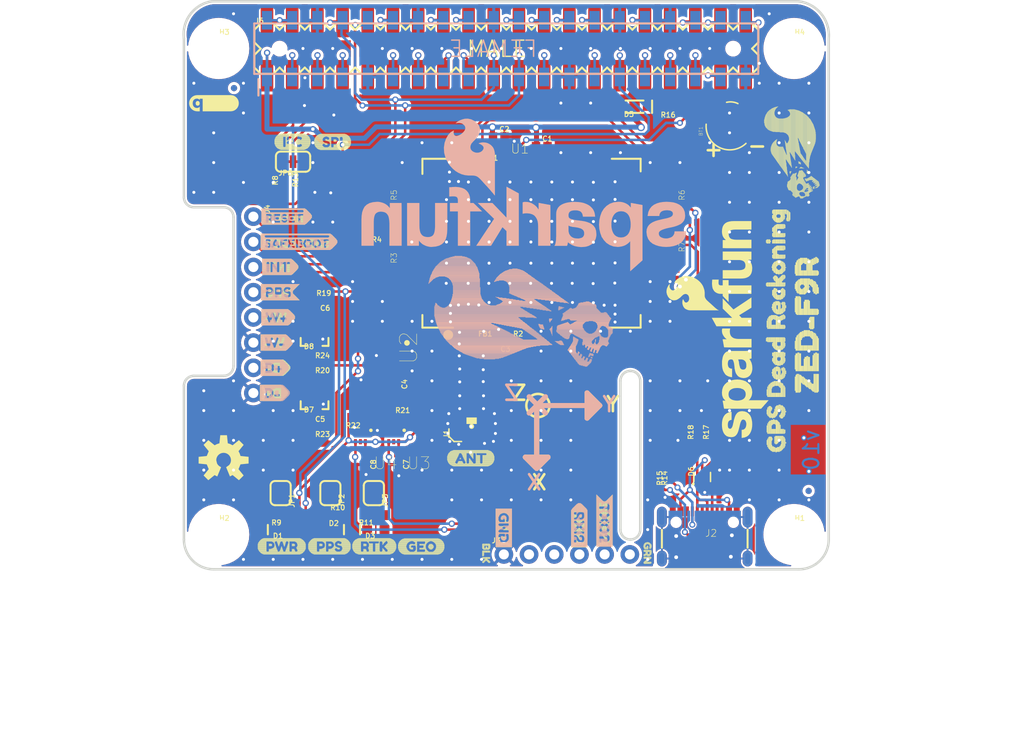
<source format=kicad_pcb>
(kicad_pcb (version 20211014) (generator pcbnew)
  (layers (0 "F.Cu" signal) (31 "B.Cu" signal) (34 "B.Paste" user) (35 "F.Paste" user) (36 "B.SilkS" user "B.Silkscreen") (37 "F.SilkS" user "F.Silkscreen") (38 "B.Mask" user) (39 "F.Mask" user) (44 "Edge.Cuts" user))
  (net 0 "")
  (net 1 "GND")
  (net 2 "3.3V")
  (net 3 "SCL/CLK")
  (net 4 "V_BATT")
  (net 5 "TXO/MISO")
  (net 6 "D_SEL")
  (net 7 "PPS")
  (net 8 "~{RESET}")
  (net 9 "N$2")
  (net 10 "RXI/MOSI")
  (net 11 "N$1")
  (net 12 "N$3")
  (net 13 "RF_IN")
  (net 14 "DMINUS")
  (net 15 "DPLUS")
  (net 16 "N$22")
  (net 17 "N$23")
  (net 18 "N$24")
  (net 19 "N$25")
  (net 20 "RTK_STAT")
  (net 21 "N$4")
  (net 22 "N$8")
  (net 23 "TX_READY")
  (net 24 "INT")
  (net 25 "SDA/~{CS}")
  (net 26 "TXO2")
  (net 27 "RXI2")
  (net 28 "N$5")
  (net 29 "V_RF")
  (net 30 "~{SAFEBOOT}")
  (net 31 "SHIELD")
  (net 32 "N$12")
  (net 33 "N$18")
  (net 34 "QWIIC_SCL")
  (net 35 "QWIIC_SDA")
  (net 36 "5V")
  (net 37 "N$10")
  (net 38 "N$9")
  (net 39 "N$11")
  (net 40 "N$6")
  (net 41 "N$7")
  (net 42 "GEOF_STAT")
  (net 43 "N$13")
  (net 44 "N$14")
  (net 45 "N$15")
  (net 46 "N$19")
  (net 47 "N$20")
  (net 48 "N$21")
  (net 49 "N$26")
  (net 50 "N$28")
  (net 51 "N$29")
  (net 52 "N$30")
  (net 53 "N$31")
  (net 54 "N$32")
  (net 55 "N$33")
  (net 56 "N$34")
  (net 57 "N$35")
  (net 58 "GP6")
  (net 59 "GP12")
  (net 60 "GP13")
  (net 61 "GP16")
  (net 62 "GP19")
  (net 63 "GP20")
  (net 64 "GP21")
  (net 65 "GP26")
  (net 66 "CE1")
  (net 67 "GP4")
  (net 68 "GP17")
  (net 69 "GP18")
  (net 70 "GP22")
  (net 71 "GP23")
  (net 72 "GP24")
  (net 73 "GP25")
  (net 74 "GP27")
  (net 75 "ID_SD")
  (net 76 "ID_SC")
  (net 77 "N$27")
  (net 78 "WT+")
  (net 79 "WT_IN")
  (net 80 "DIR+")
  (net 81 "N$36")
  (net 82 "DIR_IN")
  (net 83 "WT_SCHMITT")
  (net 84 "DIR_SCHMITT")
  (net 85 "WT_OUT")
  (net 86 "DIR_OUT")
  (footprint "SparkFun_GPS_ZED-F9R_pHat:0603" (layer "F.Cu") (at 165.627222 87.0666 180)
    (fp_text reference "R16")
    (fp_text value "3.3k")
  )
  (footprint "SparkFun_GPS_ZED-F9R_pHat:ZED#F9R0" (layer "F.Cu") (at 178.797622 117.8956 90)
    (fp_text reference "U$26" hide)
    (fp_text value "" hide)
  )
  (footprint "SparkFun_GPS_ZED-F9R_pHat:W#3" (layer "F.Cu") (at 123.208622 110.7746)
    (fp_text reference "U$28" hide)
    (fp_text value "" hide)
  )
  (footprint "SparkFun_GPS_ZED-F9R_pHat:INT1" (layer "F.Cu") (at 123.381622 103.1546)
    (fp_text reference "U$1" hide)
    (fp_text value "" hide)
  )
  (footprint "SparkFun_GPS_ZED-F9R_pHat:0402" (layer "F.Cu") (at 163.703622 123.6346 -90)
    (fp_text reference "R14")
    (fp_text value "5.1k")
  )
  (footprint "SparkFun_GPS_ZED-F9R_pHat:GRN1" (layer "F.Cu") (at 162.744622 130.2056 -90)
    (fp_text reference "U$30" hide)
    (fp_text value "" hide)
  )
  (footprint "SparkFun_GPS_ZED-F9R_pHat:1206_RA" (layer "F.Cu") (at 165.006922 102.1386 -90)
    (fp_text reference "R7")
    (fp_text value "33")
  )
  (footprint "SparkFun_GPS_ZED-F9R_pHat:0603" (layer "F.Cu") (at 125.897622 128.1746 180)
    (fp_text reference "R9")
    (fp_text value "1k" hide)
  )
  (footprint "SparkFun_GPS_ZED-F9R_pHat:QWIIC_5MM" (layer "F.Cu") (at 119.008622 86.6346)
    (fp_text reference "LOGO1" hide)
    (fp_text value "QWIIC_LOGO_5MM" hide)
  )
  (footprint "SparkFun_GPS_ZED-F9R_pHat:0603" (layer "F.Cu") (at 129.303072 106.5676)
    (fp_text reference "R19")
    (fp_text value "3.3k")
  )
  (footprint "SparkFun_GPS_ZED-F9R_pHat:0402" (layer "F.Cu") (at 152.079422 90.9998)
    (fp_text reference "C1")
    (fp_text value "1.0uF")
  )
  (footprint "SparkFun_GPS_ZED-F9R_pHat:I_SUPER2_C-()-04" (layer "F.Cu") (at 125.054622 90.5306)
    (fp_text reference "U$20" hide)
    (fp_text value "" hide)
  )
  (footprint "SparkFun_GPS_ZED-F9R_pHat:SMT-JUMPER_3_2-NC_TRACE_SILK" (layer "F.Cu") (at 127.008622 92.5426 180)
    (fp_text reference "JP6")
    (fp_text value "JUMPER-SMT_3_2-NC_TRACE_SILK")
  )
  (footprint "SparkFun_GPS_ZED-F9R_pHat:PPS6" (layer "F.Cu") (at 128.454622 131.3206)
    (fp_text reference "U$3" hide)
    (fp_text value "" hide)
  )
  (footprint "SparkFun_GPS_ZED-F9R_pHat:0402" (layer "F.Cu") (at 139.008622 115.5396 90)
    (fp_text reference "C4")
    (fp_text value "0.1uF")
  )
  (footprint "SparkFun_GPS_ZED-F9R_pHat:0603" (layer "F.Cu") (at 135.194272 128.1746 180)
    (fp_text reference "R11")
    (fp_text value "1k")
  )
  (footprint "SparkFun_GPS_ZED-F9R_pHat:STAND-OFF-TIGHT" (layer "F.Cu") (at 177.508622 81.1346)
    (fp_text reference "H4")
    (fp_text value "STAND-OFFTIGHT")
  )
  (footprint "SparkFun_GPS_ZED-F9R_pHat:FIDUCIAL-MICRO" (layer "F.Cu") (at 121.056622 85.1266)
    (fp_text reference "FD3" hide)
    (fp_text value "FIDUCIALUFIDUCIAL" hide)
  )
  (footprint "SparkFun_GPS_ZED-F9R_pHat:GEO0" (layer "F.Cu") (at 137.508622 131.3346)
    (fp_text reference "U$29" hide)
    (fp_text value "" hide)
  )
  (footprint "SparkFun_GPS_ZED-F9R_pHat:0603" (layer "F.Cu") (at 149.138222 110.6644)
    (fp_text reference "R2")
    (fp_text value "33")
  )
  (footprint "SparkFun_GPS_ZED-F9R_pHat:#SAFEBOOT0" (layer "F.Cu") (at 123.058622 100.6146)
    (fp_text reference "U$13" hide)
    (fp_text value "" hide)
  )
  (footprint "SparkFun_GPS_ZED-F9R_pHat:0603" (layer "F.Cu") (at 128.011622 95.177 90)
    (fp_text reference "R13")
    (fp_text value "2.2k" hide)
  )
  (footprint "SparkFun_GPS_ZED-F9R_pHat:D#1" (layer "F.Cu") (at 123.181622 115.8576)
    (fp_text reference "U$23" hide)
    (fp_text value "" hide)
  )
  (footprint "SparkFun_GPS_ZED-F9R_pHat:0603" (layer "F.Cu") (at 125.974822 94.9992 90)
    (fp_text reference "R8")
    (fp_text value "2.2k" hide)
  )
  (footprint "SparkFun_GPS_ZED-F9R_pHat:STAND-OFF-TIGHT" (layer "F.Cu") (at 119.508622 130.1346)
    (fp_text reference "H2")
    (fp_text value "STAND-OFFTIGHT")
  )
  (footprint "SparkFun_GPS_ZED-F9R_pHat:TXO21" (layer "F.Cu") (at 158.404622 125.9846 -90)
    (fp_text reference "U$10" hide)
    (fp_text value "" hide)
  )
  (footprint "SparkFun_GPS_ZED-F9R_pHat:FIDUCIAL-MICRO" (layer "F.Cu") (at 178.981822 125.7328 90)
    (fp_text reference "FD1" hide)
    (fp_text value "FIDUCIALUFIDUCIAL" hide)
  )
  (footprint "SparkFun_GPS_ZED-F9R_pHat:1X06_NO_SILK" (layer "F.Cu") (at 148.258622 132.1346)
    (fp_text reference "J3")
    (fp_text value "")
  )
  (footprint "SparkFun_GPS_ZED-F9R_pHat:0402" (layer "F.Cu") (at 129.176072 119.2616)
    (fp_text reference "C5")
    (fp_text value "1nF" hide)
  )
  (footprint "SparkFun_GPS_ZED-F9R_pHat:SOT886" (layer "F.Cu") (at 168.251822 124.329 90)
    (fp_text reference "D6")
    (fp_text value "PRTR5V0U2F")
  )
  (footprint "SparkFun_GPS_ZED-F9R_pHat:0402" (layer "F.Cu") (at 147.745422 91.4092 180)
    (fp_text reference "R1")
    (fp_text value "100K")
  )
  (footprint "SparkFun_GPS_ZED-F9R_pHat:LED-0603" (layer "F.Cu") (at 130.552572 129.6346)
    (fp_text reference "D2")
    (fp_text value "BLUE")
  )
  (footprint "SparkFun_GPS_ZED-F9R_pHat:D#0" (layer "F.Cu") (at 123.254622 113.3076)
    (fp_text reference "U$22" hide)
    (fp_text value "" hide)
  )
  (footprint "SparkFun_GPS_ZED-F9R_pHat:SMT-JUMPER_2_NC_TRACE_SILK" (layer "F.Cu") (at 125.756622 125.9531 -90)
    (fp_text reference "JP1")
    (fp_text value "JUMPER-SMT_2_NC_TRACE_SILK")
  )
  (footprint "SparkFun_GPS_ZED-F9R_pHat:SOT23-3" (layer "F.Cu") (at 129.176072 116.7906 180)
    (fp_text reference "D7")
    (fp_text value "15V" hide)
  )
  (footprint "SparkFun_GPS_ZED-F9R_pHat:SOP_8-PIN" (layer "F.Cu") (at 135.316622 113.3506 -90)
    (fp_text reference "U2")
    (fp_text value "DUAL-OPTO_HCPL-073L")
  )
  (footprint "SparkFun_GPS_ZED-F9R_pHat:RXI28" (layer "F.Cu") (at 155.864622 126.9116 -90)
    (fp_text reference "U$6" hide)
    (fp_text value "" hide)
  )
  (footprint "SparkFun_GPS_ZED-F9R_pHat:UBLOX_ZED_F9R" (layer "F.Cu") (at 151.008622 100.6346)
    (fp_text reference "U1")
    (fp_text value "U-BLOX_ZED_F9R")
  )
  (footprint "SparkFun_GPS_ZED-F9R_pHat:W#2" (layer "F.Cu") (at 123.331622 108.2346)
    (fp_text reference "U$27" hide)
    (fp_text value "" hide)
  )
  (footprint "SparkFun_GPS_ZED-F9R_pHat:0603" (layer "F.Cu") (at 133.874622 118.3776 180)
    (fp_text reference "R22")
    (fp_text value "910")
  )
  (footprint "SparkFun_GPS_ZED-F9R_pHat:1206_RA" (layer "F.Cu") (at 135.983222 103.2816 -90)
    (fp_text reference "R3")
    (fp_text value "33")
  )
  (footprint "SparkFun_GPS_ZED-F9R_pHat:SOT23-3" (layer "F.Cu") (at 129.176072 110.4116 180)
    (fp_text reference "D8")
    (fp_text value "15V" hide)
  )
  (footprint "SparkFun_GPS_ZED-F9R_pHat:SOD-323" (layer "F.Cu") (at 161.431222 87.0034 180)
    (fp_text reference "D5")
    (fp_text value "0.5A/40V/420mV")
  )
  (footprint "SparkFun_GPS_ZED-F9R_pHat:0603" (layer "F.Cu") (at 129.176072 114.3536)
    (fp_text reference "R20")
    (fp_text value "3.3k")
  )
  (footprint "SparkFun_GPS_ZED-F9R_pHat:0603" (layer "F.Cu") (at 130.708622 128.1746)
    (fp_text reference "R10")
    (fp_text value "1k")
  )
  (footprint "SparkFun_GPS_ZED-F9R_pHat:0603" (layer "F.Cu") (at 129.176072 112.8506)
    (fp_text reference "R24")
    (fp_text value "470")
  )
  (footprint "SparkFun_GPS_ZED-F9R_pHat:RTK5" (layer "F.Cu") (at 132.895622 131.3206)
    (fp_text reference "U$5" hide)
    (fp_text value "" hide)
  )
  (footprint "SparkFun_GPS_ZED-F9R_pHat:STAND-OFF-TIGHT" (layer "F.Cu") (at 119.508622 81.1346)
    (fp_text reference "H3")
    (fp_text value "STAND-OFFTIGHT")
  )
  (footprint "SparkFun_GPS_ZED-F9R_pHat:1206_RA" (layer "F.Cu") (at 135.983222 96.9316 -90)
    (fp_text reference "R5")
    (fp_text value "33")
  )
  (footprint "SparkFun_GPS_ZED-F9R_pHat:0603" (layer "F.Cu") (at 169.417622 120.6186 90)
    (fp_text reference "R17")
    (fp_text value "27")
  )
  (footprint "SparkFun_GPS_ZED-F9R_pHat:SMT-JUMPER_2_NC_TRACE_SILK" (layer "F.Cu") (at 130.771622 125.9531 -90)
    (fp_text reference "JP2")
    (fp_text value "JUMPER-SMT_2_NC_TRACE_SILK")
  )
  (footprint "SparkFun_GPS_ZED-F9R_pHat:STAND-OFF-TIGHT" (layer "F.Cu") (at 177.508622 130.1346)
    (fp_text reference "H1")
    (fp_text value "STAND-OFFTIGHT")
  )
  (footprint "SparkFun_GPS_ZED-F9R_pHat:SIP6" (layer "F.Cu") (at 133.789622 120.4046 180)
    (fp_text reference "U4")
    (fp_text value "UHS_INVERTER_SCHMITT_TRIGGERSIP6")
  )
  (footprint "SparkFun_GPS_ZED-F9R_pHat:DEAD#RECKONING#GPS#BOARD#SILK#FINAL#JPG" (layer "F.Cu") (at 177.222622 91.5976 90)
    (fp_text reference "U$31" hide)
    (fp_text value "" hide)
  )
  (footprint "SparkFun_GPS_ZED-F9R_pHat:0603" (layer "F.Cu") (at 167.865622 120.6186 90)
    (fp_text reference "R18")
    (fp_text value "27")
  )
  (footprint "SparkFun_GPS_ZED-F9R_pHat:0402" (layer "F.Cu") (at 147.745422 90.0346)
    (fp_text reference "C2")
    (fp_text value "1.0uF")
  )
  (footprint "SparkFun_GPS_ZED-F9R_pHat:0603" (layer "F.Cu") (at 129.176072 120.7846)
    (fp_text reference "R23")
    (fp_text value "470")
  )
  (footprint "SparkFun_GPS_ZED-F9R_pHat:0603" (layer "F.Cu") (at 136.008622 99.6346 180)
    (fp_text reference "R4")
    (fp_text value "33")
  )
  (footprint "SparkFun_GPS_ZED-F9R_pHat:OSHW-LOGO-M" (layer "F.Cu") (at 120.008622 122.6346)
    (fp_text reference "LOGO2" hide)
    (fp_text value "OSHW-LOGOM" hide)
  )
  (footprint "SparkFun_GPS_ZED-F9R_pHat:1X08_NO_SILK" (layer "F.Cu") (at 123.008622 98.0846 -90)
    (fp_text reference "J4")
    (fp_text value "")
  )
  (footprint "SparkFun_GPS_ZED-F9R_pHat:#RESET1" (layer "F.Cu") (at 123.181622 98.0746)
    (fp_text reference "U$7" hide)
    (fp_text value "" hide)
  )
  (footprint "SparkFun_GPS_ZED-F9R_pHat:CREATIVE_COMMONS" (layer "F.Cu") (at 117.786622 149.8906)
    (fp_text reference "FRAME1" hide)
    (fp_text value "FRAME-LEDGER" hide)
  )
  (footprint "SparkFun_GPS_ZED-F9R_pHat:ANT1" (layer "F.Cu") (at 142.424622 122.4316)
    (fp_text reference "U$21" hide)
    (fp_text value "" hide)
  )
  (footprint "SparkFun_GPS_ZED-F9R_pHat:PWR7" (layer "F.Cu") (at 123.370622 131.3206)
    (fp_text reference "U$4" hide)
    (fp_text value "" hide)
  )
  (footprint "SparkFun_GPS_ZED-F9R_pHat:USB-C-16P" (layer "F.Cu") (at 168.508622 127.4556)
    (fp_text reference "J2")
    (fp_text value "")
    (fp_line (start -4.62 5.4) (end -4.62 4.78) (layer "Edge.Cuts") (width 0.01))
    (fp_line (start -4.02 1.465) (end -4.02 0.365) (layer "Edge.Cuts") (width 0.01))
    (fp_line (start 4.62 5.4) (end 4.62 4.78) (layer "Edge.Cuts") (width 0.01))
    (fp_line (start -4.02 5.4) (end -4.02 4.78) (layer "Edge.Cuts") (width 0.01))
    (fp_line (start -4.62 1.465) (end -4.62 0.365) (layer "Edge.Cuts") (width 0.01))
    (fp_line (start 4.62 1.465) (end 4.62 0.365) (layer "Edge.Cuts") (width 0.01))
    (fp_line (start 4.02 5.4) (end 4.02 4.78) (layer "Edge.Cuts") (width 0.01))
    (fp_line (start 4.02 1.465) (end 4.02 0.365) (layer "Edge.Cuts") (width 0.01))
    (fp_arc (start 4.02 0.365) (mid 4.32 0.065) (end 4.62 0.365) (layer "Edge.Cuts") (width 0.01))
    (fp_arc (start 4.62 1.465) (mid 4.32 1.765) (end 4.02 1.465) (layer "Edge.Cuts") (width 0.01))
    (fp_arc (start 4.62 5.4) (mid 4.32 5.7) (end 4.02 5.4) (layer "Edge.Cuts") (width 0.01))
    (fp_arc (start -4.62 0.365) (mid -4.32 0.065) (end -4.02 0.365) (layer "Edge.Cuts") (width 0.01))
    (fp_arc (start -4.02 1.465) (mid -4.32 1.765) (end -4.62 1.465) (layer "Edge.Cuts") (width 0.01))
    (fp_arc (start 4.02 4.78) (mid 4.32 4.48) (end 4.62 4.78) (layer "Edge.Cuts") (width 0.01))
    (fp_arc (start -4.02 5.4) (mid -4.32 5.7) (end -4.62 5.4) (layer "Edge.Cuts") (width 0.01))
    (fp_arc (start -4.62 4.78) (mid -4.32 4.48) (end -4.02 4.78) (layer "Edge.Cuts") (width 0.01))
  )
  (footprint "SparkFun_GPS_ZED-F9R_pHat:SFE_LOGO_NAME_FLAME_.2" (layer "F.Cu") (at 172.047622 109.3756 90)
    (fp_text reference "LOGO3" hide)
    (fp_text value "SFE_LOGO_NAME_FLAME.2_INCH" hide)
  )
  (footprint "SparkFun_GPS_ZED-F9R_pHat:RASPBERRY_PI_HAT_40_PIN_SMD_STACKABLE_NOHOLES_NOREF" (layer "F.Cu") (at 124.380622 82.4186)
    (fp_text reference "J6")
    (fp_text value "RASPBERRYPI-40-PIN-GPIO_SMD_STACK_NOHOLES_NOREF")
  )
  (footprint "SparkFun_GPS_ZED-F9R_pHat:0603" (layer "F.Cu") (at 137.258622 118.3776)
    (fp_text reference "R21")
    (fp_text value "910")
  )
  (footprint "SparkFun_GPS_ZED-F9R_pHat:PPS4" (layer "F.Cu") (at 123.308622 105.6946)
    (fp_text reference "U$2" hide)
    (fp_text value "" hide)
  )
  (footprint "SparkFun_GPS_ZED-F9R_pHat:0402_MURATA" (layer "F.Cu") (at 145.608622 110.6644)
    (fp_text reference "FB1")
    (fp_text value "120NH")
  )
  (footprint "SparkFun_GPS_ZED-F9R_pHat:SIP6" (layer "F.Cu") (at 137.143622 120.4046 180)
    (fp_text reference "U3")
    (fp_text value "UHS_INVERTER_SCHMITT_TRIGGERSIP6")
  )
  (footprint "SparkFun_GPS_ZED-F9R_pHat:1206_RA" (layer "F.Cu") (at 165.006922 96.9316 -90)
    (fp_text reference "R6")
    (fp_text value "33")
  )
  (footprint "SparkFun_GPS_ZED-F9R_pHat:SMT-JUMPER_2_NC_TRACE_SILK" (layer "F.Cu") (at 135.154622 125.9531 -90)
    (fp_text reference "JP3")
    (fp_text value "JUMPER-SMT_2_NC_TRACE_SILK")
  )
  (footprint "SparkFun_GPS_ZED-F9R_pHat:0402" (layer "F.Cu") (at 129.684072 108.0666)
    (fp_text reference "C6")
    (fp_text value "1nF" hide)
  )
  (footprint "SparkFun_GPS_ZED-F9R_pHat:0402" (layer "F.Cu") (at 147.854622 112.196)
    (fp_text reference "C3")
    (fp_text value "47pF")
  )
  (footprint "SparkFun_GPS_ZED-F9R_pHat:0402" (layer "F.Cu") (at 134.350622 122.4996 -90)
    (fp_text reference "C8")
    (fp_text value "0.1uF")
  )
  (footprint "SparkFun_GPS_ZED-F9R_pHat:GPS_DEAD_RECKONING0" (layer "F.Cu") (at 175.698622 123.4746 90)
    (fp_text reference "U$25" hide)
    (fp_text value "" hide)
  )
  (footprint "SparkFun_GPS_ZED-F9R_pHat:0402" (layer "F.Cu") (at 165.242222 123.6346 -90)
    (fp_text reference "R15")
    (fp_text value "5.1k")
  )
  (footprint "SparkFun_GPS_ZED-F9R_pHat:LED-0603" (layer "F.Cu") (at 135.350322 129.6346 180)
    (fp_text reference "D3")
    (fp_text value "BLUE")
  )
  (footprint "SparkFun_GPS_ZED-F9R_pHat:BLK2" (layer "F.Cu") (at 146.488622 130.3326 -90)
    (fp_text reference "U$17" hide)
    (fp_text value "" hide)
  )
  (footprint "SparkFun_GPS_ZED-F9R_pHat:LED-0603" (layer "F.Cu") (at 126.053672 129.6346 180)
    (fp_text reference "D1")
    (fp_text value "RED")
  )
  (footprint "SparkFun_GPS_ZED-F9R_pHat:0402" (layer "F.Cu") (at 137.652622 122.4996 -90)
    (fp_text reference "C7")
    (fp_text value "0.1uF")
  )
  (footprint "SparkFun_GPS_ZED-F9R_pHat:U.FL" (layer "F.Cu") (at 145.008622 119.2288 90)
    (fp_text reference "J1")
    (fp_text value "U.FL")
  )
  (footprint "SparkFun_GPS_ZED-F9R_pHat:GND-04" (layer "F.Cu") (at 148.258622 127.0466 -90)
    (fp_text reference "U$18" hide)
    (fp_text value "" hide)
  )
  (footprint "SparkFun_GPS_ZED-F9R_pHat:SPI0" (layer "F.Cu") (at 129.053622 90.5536)
    (fp_text reference "U$24" hide)
    (fp_text value "" hide)
  )
  (footprint "SparkFun_GPS_ZED-F9R_pHat:ML414H_IV01E" (layer "F.Cu") (at 171.041622 88.9486 90)
    (fp_text reference "BT1")
    (fp_text value "ML414H_IV01E_BATTERY")
  )
  (footprint "SparkFun_GPS_ZED-F9R_pHat:W#3" (layer "B.Cu") (at 127.108622 110.7746 180)
    (fp_text reference "U$35" hide)
    (fp_text value "" hide)
  )
  (footprint "SparkFun_GPS_ZED-F9R_pHat:INT2" (layer "B.Cu") (at 127.638622 103.1546 180)
    (fp_text reference "U$11" hide)
    (fp_text value "" hide)
  )
  (footprint "SparkFun_GPS_ZED-F9R_pHat:DEAD#RECKONING#GPS#BOARD#SILK#FINAL#JPG" (layer "B.Cu") (at 149.917622 107.4726 180)
    (fp_text reference "U$36" hide)
    (fp_text value "" hide)
  )
  (footprint "SparkFun_GPS_ZED-F9R_pHat:SFE_LOGO_NAME_FLAME_.3" (layer "B.Cu") (at 150.298622 99.3446 180)
    (fp_text reference "U$9" hide)
    (fp_text value "" hide)
  )
  (footprint "SparkFun_GPS_ZED-F9R_pHat:#SAFEBOOT3" (layer "B.Cu") (at 131.758622 100.6146 180)
    (fp_text reference "U$15" hide)
    (fp_text value "" hide)
  )
  (footprint "SparkFun_GPS_ZED-F9R_pHat:D#0" (layer "B.Cu") (at 126.758622 115.8576 180)
    (fp_text reference "U$32" hide)
    (fp_text value "" hide)
  )
  (footprint "SparkFun_GPS_ZED-F9R_pHat:RXI26" (layer "B.Cu") (at 155.864622 131.8726 90)
    (fp_text reference "U$14" hide)
    (fp_text value "" hide)
  )
  (footprint "SparkFun_GPS_ZED-F9R_pHat:FIDUCIAL-MICRO" (layer "B.Cu") (at 121.056622 85.1266 180)
    (fp_text reference "FD4" hide)
    (fp_text value "FIDUCIALUFIDUCIAL" hide)
  )
  (footprint "SparkFun_GPS_ZED-F9R_pHat:TXO25" (layer "B.Cu") (at 158.404622 131.8726 90)
    (fp_text reference "U$16" hide)
    (fp_text value "" hide)
  )
  (footprint "SparkFun_GPS_ZED-F9R_pHat:GND-04" (layer "B.Cu") (at 148.258622 131.8726 90)
    (fp_text reference "U$19" hide)
    (fp_text value "" hide)
  )
  (footprint "SparkFun_GPS_ZED-F9R_pHat:W#2" (layer "B.Cu") (at 127.281622 108.2346 180)
    (fp_text reference "U$34" hide)
    (fp_text value "" hide)
  )
  (footprint "SparkFun_GPS_ZED-F9R_pHat:FIDUCIAL-MICRO" (layer "B.Cu") (at 178.981822 125.7328 -90)
    (fp_text reference "FD2" hide)
    (fp_text value "FIDUCIALUFIDUCIAL" hide)
  )
  (footprint "SparkFun_GPS_ZED-F9R_pHat:PPS1" (layer "B.Cu") (at 127.719622 105.6946 180)
    (fp_text reference "U$12" hide)
    (fp_text value "" hide)
  )
  (footprint "SparkFun_GPS_ZED-F9R_pHat:D#1" (layer "B.Cu") (at 126.654622 113.3076 180)
    (fp_text reference "U$33" hide)
    (fp_text value "" hide)
  )
  (footprint "SparkFun_GPS_ZED-F9R_pHat:#RESET2" (layer "B.Cu") (at 129.131622 98.0746 180)
    (fp_text reference "U$8" hide)
    (fp_text value "" hide)
  )
  (gr_line (start 151.568622 122.9666) (end 151.822622 122.7126) (layer "B.SilkS") (width 0.508))
  (gr_line (start 151.568622 123.3476) (end 151.568622 122.9666) (layer "B.SilkS") (width 0.508))
  (gr_line (start 151.441622 123.3476) (end 151.568622 123.3476) (layer "B.SilkS") (width 0.508))
  (gr_line (start 157.410622 117.1246) (end 157.029622 117.5056) (layer "B.SilkS") (width 0.508))
  (gr_line (start 151.568622 123.4746) (end 152.711622 122.3316) (layer "B.SilkS") (width 0.508))
  (gr_line (start 151.822622 122.7126) (end 151.187622 122.7126) (layer "B.SilkS") (width 0.508))
  (gr_line (start 157.029622 117.5056) (end 157.029622 116.6166) (layer "B.SilkS") (width 0.508))
  (gr_line (start 150.425622 122.3316) (end 151.441622 123.3476) (layer "B.SilkS") (width 0.508))
  (gr_line (start 156.902622 117.6326) (end 157.029622 117.5056) (layer "B.SilkS") (width 0.508))
  (gr_line (start 157.918622 117.1246) (end 156.648622 118.3946) (layer "B.SilkS") (width 0.508))
  (gr_line (start 157.918622 117.1246) (end 157.410622 117.1246) (layer "B.SilkS") (width 0.508))
  (gr_line (start 150.806622 116.2356) (end 152.457622 117.8866) (layer "B.SilkS") (width 0.508))
  (gr_line (start 151.568622 117.1246) (end 156.648622 117.1246) (layer "B.SilkS") (width 0.508))
  (gr_line (start 151.568622 117.1246) (end 151.568622 122.2046) (layer "B.SilkS") (width 0.508))
  (gr_line (start 151.568622 123.4746) (end 151.568622 123.3476) (layer "B.SilkS") (width 0.254))
  (gr_line (start 156.648622 118.3946) (end 156.648622 115.8546) (layer "B.SilkS") (width 0.508))
  (gr_line (start 156.648622 115.8546) (end 157.918622 117.1246) (layer "B.SilkS") (width 0.508))
  (gr_line (start 150.806622 117.8866) (end 152.457622 116.2356) (layer "B.SilkS") (width 0.508))
  (gr_line (start 151.949622 122.5856) (end 151.822622 122.7126) (layer "B.SilkS") (width 0.508))
  (gr_line (start 152.711622 122.3316) (end 150.425622 122.3316) (layer "B.SilkS") (width 0.508))
  (gr_line (start 150.425622 122.3316) (end 152.711622 122.3316) (layer "F.SilkS") (width 0.508))
  (gr_line (start 151.568622 122.9666) (end 151.314622 122.7126) (layer "F.SilkS") (width 0.508))
  (gr_line (start 157.029622 116.7436) (end 157.029622 117.6326) (layer "F.SilkS") (width 0.508))
  (gr_line (start 151.568622 117.1246) (end 151.568622 122.2046) (layer "F.SilkS") (width 0.508))
  (gr_line (start 151.568622 123.3476) (end 151.568622 122.9666) (layer "F.SilkS") (width 0.508))
  (gr_line (start 157.918622 117.1246) (end 157.410622 117.1246) (layer "F.SilkS") (width 0.508))
  (gr_circle (center 151.695622 117.1246) (end 152.866503 117.1246) (layer "F.SilkS") (width 0.254) (fill none))
  (gr_line (start 151.695622 123.3476) (end 151.568622 123.3476) (layer "F.SilkS") (width 0.508))
  (gr_line (start 151.568622 123.4746) (end 150.425622 122.3316) (layer "F.SilkS") (width 0.508))
  (gr_line (start 156.902622 116.6166) (end 157.029622 116.7436) (layer "F.SilkS") (width 0.508))
  (gr_line (start 151.568622 123.4746) (end 151.568622 123.3476) (layer "F.SilkS") (width 0.254))
  (gr_line (start 157.410622 117.1246) (end 157.029622 116.7436) (layer "F.SilkS") (width 0.508))
  (gr_line (start 151.568622 117.1246) (end 157.410622 117.1246) (layer "F.SilkS") (width 0.508))
  (gr_line (start 157.918622 117.1246) (end 156.648622 115.8546) (layer "F.SilkS") (width 0.508))
  (gr_line (start 152.711622 122.3316) (end 151.695622 123.3476) (layer "F.SilkS") (width 0.508))
  (gr_line (start 151.314622 122.7126) (end 151.949622 122.7126) (layer "F.SilkS") (width 0.508))
  (gr_line (start 156.648622 118.3946) (end 157.918622 117.1246) (layer "F.SilkS") (width 0.508))
  (gr_line (start 156.648622 115.8546) (end 156.648622 118.3946) (layer "F.SilkS") (width 0.508))
  (gr_line (start 151.187622 122.5856) (end 151.314622 122.7126) (layer "F.SilkS") (width 0.508))
  (gr_line (start 117.008622 114.1346) (end 120.008622 114.1346) (layer "Edge.Cuts") (width 0.254))
  (gr_arc (start 161.008622 113.6346) (mid 161.715729 113.927493) (end 162.008622 114.6346) (layer "Edge.Cuts") (width 0.254))
  (gr_arc (start 119.008622 133.6346) (mid 116.887302 132.75592) (end 116.008622 130.6346) (layer "Edge.Cuts") (width 0.254))
  (gr_arc (start 177.881622 76.3726) (mid 180.224258 77.605977) (end 181.008622 80.1346) (layer "Edge.Cuts") (width 0.254))
  (gr_arc (start 162.008622 129.6346) (mid 161.715729 130.341707) (end 161.008622 130.6346) (layer "Edge.Cuts") (width 0.254))
  (gr_line (start 119.008622 133.6346) (end 178.008622 133.6346) (layer "Edge.Cuts") (width 0.254))
  (gr_line (start 177.881622 76.3726) (end 118.881622 76.3726) (layer "Edge.Cuts") (width 0.254))
  (gr_line (start 116.008622 130.6346) (end 116.008622 115.1346) (layer "Edge.Cuts") (width 0.254))
  (gr_arc (start 161.008622 130.6346) (mid 160.301515 130.341707) (end 160.008622 129.6346) (layer "Edge.Cuts") (width 0.254))
  (gr_arc (start 116.008622 115.1346) (mid 116.301515 114.427493) (end 117.008622 114.1346) (layer "Edge.Cuts") (width 0.254))
  (gr_arc (start 120.008622 97.1346) (mid 120.715729 97.427493) (end 121.008622 98.1346) (layer "Edge.Cuts") (width 0.254))
  (gr_arc (start 121.008622 113.1346) (mid 120.715729 113.841707) (end 120.008622 114.1346) (layer "Edge.Cuts") (width 0.254))
  (gr_line (start 160.008622 114.6346) (end 160.008622 129.6346) (layer "Edge.Cuts") (width 0.254))
  (gr_arc (start 117.008622 97.1346) (mid 116.301515 96.841707) (end 116.008622 96.1346) (layer "Edge.Cuts") (width 0.254))
  (gr_line (start 181.008622 130.6346) (end 181.008622 80.1346) (layer "Edge.Cuts") (width 0.254))
  (gr_arc (start 116.008622 80.1346) (mid 116.665986 77.658582) (end 118.881622 76.3726) (layer "Edge.Cuts") (width 0.254))
  (gr_line (start 121.008622 113.1346) (end 121.008622 98.1346) (layer "Edge.Cuts") (width 0.254))
  (gr_line (start 116.008622 96.1346) (end 116.008622 80.1346) (layer "Edge.Cuts") (width 0.254))
  (gr_arc (start 160.008622 114.6346) (mid 160.301515 113.927493) (end 161.008622 113.6346) (layer "Edge.Cuts") (width 0.254))
  (gr_line (start 120.008622 97.1346) (end 117.008622 97.1346) (layer "Edge.Cuts") (width 0.254))
  (gr_line (start 162.008622 129.6346) (end 162.008622 114.6346) (layer "Edge.Cuts") (width 0.254))
  (gr_arc (start 181.008622 130.6346) (mid 180.129942 132.75592) (end 178.008622 133.6346) (layer "Edge.Cuts") (width 0.254))
  (gr_text "v10" (at 180.163622 119.3806 -270) (layer "B.Cu") (effects (font (size 1.56464 1.56464) (thickness 0.21336)) (justify left bottom mirror)))
  (gr_text "Z" (at 149.917622 116.7436) (layer "B.SilkS") (effects (font (size 1.5113 1.5113) (thickness 0.2667)) (justify left bottom mirror)))
  (gr_text "X" (at 152.203622 125.7606) (layer "B.SilkS") (effects (font (size 1.5113 1.5113) (thickness 0.2667)) (justify left bottom mirror)))
  (gr_text "Y" (at 159.696622 117.8866) (layer "B.SilkS") (effects (font (size 1.5113 1.5113) (thickness 0.2667)) (justify left bottom mirror)))
  (gr_text "Y" (at 158.426622 117.8866) (layer "F.SilkS") (effects (font (size 1.5113 1.5113) (thickness 0.2667)) (justify left bottom)))
  (gr_text "X" (at 150.933622 125.7606) (layer "F.SilkS") (effects (font (size 1.5113 1.5113) (thickness 0.2667)) (justify left bottom)))
  (gr_text "+" (at 168.285622 92.1606) (layer "F.SilkS") (effects (font (size 1.5113 1.5113) (thickness 0.2667)) (justify left bottom)))
  (gr_text "-" (at 172.689622 91.7876) (layer "F.SilkS") (effects (font (size 1.5113 1.5113) (thickness 0.2667)) (justify left bottom)))
  (gr_text "Z" (at 148.901622 116.7436) (layer "F.SilkS") (effects (font (size 1.5113 1.5113) (thickness 0.2667)) (justify left bottom)))
  (segment (start 168.251822 125.6278) (end 168.508622 125.8846) (width 0.254) (layer "F.Cu") (net 1))
  (segment (start 168.251822 124.759) (end 168.251822 125.6278) (width 0.254) (layer "F.Cu") (net 1))
  (segment (start 133.297622 119.4236) (end 133.208622 119.3346) (width 0.254) (layer "F.Cu") (net 1))
  (segment (start 133.297622 120.0236) (end 133.297622 119.4236) (width 0.254) (layer "F.Cu") (net 1))
  (via (at 125.008622 110.6346) (size 0.5588) (drill 0.3048) (layers "F.Cu" "B.Cu") (net 1))
  (via (at 163.008622 104.6346) (size 0.5588) (drill 0.3048) (layers "F.Cu" "B.Cu") (net 1))
  (via (at 146.008622 126.6346) (size 0.5588) (drill 0.3048) (layers "F.Cu" "B.Cu") (net 1))
  (via (at 176.008622 123.6346) (size 0.5588) (drill 0.3048) (layers "F.Cu" "B.Cu") (net 1))
  (via (at 150.984422 100.64) (size 0.5588) (drill 0.3048) (layers "F.Cu" "B.Cu") (net 1))
  (via (at 144.685222 102.7736) (size 0.5588) (drill 0.3048) (layers "F.Cu" "B.Cu") (net 1))
  (via (at 131.008622 98.6346) (size 0.5588) (drill 0.3048) (layers "F.Cu" "B.Cu") (net 1))
  (via (at 127.008622 120.6346) (size 0.5588) (drill 0.3048) (layers "F.Cu" "B.Cu") (net 1))
  (via (at 147.408622 118.9416) (size 0.5588) (drill 0.3048) (layers "F.Cu" "B.Cu") (net 1))
  (via (at 146.768022 100.64) (size 0.5588) (drill 0.3048) (layers "F.Cu" "B.Cu") (net 1))
  (via (at 153.092622 98.5572) (size 0.5588) (drill 0.3048) (layers "F.Cu" "B.Cu") (net 1))
  (via (at 176.008622 93.6346) (size 0.5588) (drill 0.3048) (layers "F.Cu" "B.Cu") (net 1))
  (via (at 118.008622 117.6346) (size 0.5588) (drill 0.3048) (layers "F.Cu" "B.Cu") (net 1))
  (via (at 122.008622 84.6346) (size 0.5588) (drill 0.3048) (layers "F.Cu" "B.Cu") (net 1))
  (via (at 152.008622 126.6346) (size 0.5588) (drill 0.3048) (layers "F.Cu" "B.Cu") (net 1))
  (via (at 179.008622 111.6346) (size 0.5588) (drill 0.3048) (layers "F.Cu" "B.Cu") (net 1))
  (via (at 176.008622 102.6346) (size 0.5588) (drill 0.3048) (layers "F.Cu" "B.Cu") (net 1))
  (via (at 122.008622 94.6346) (size 0.5588) (drill 0.3048) (layers "F.Cu" "B.Cu") (net 1))
  (via (at 171.008622 117.6346) (size 0.5588) (drill 0.3048) (layers "F.Cu" "B.Cu") (net 1))
  (via (at 142.475422 102.7736) (size 0.5588) (drill 0.3048) (layers "F.Cu" "B.Cu") (net 1))
  (via (at 179.008622 93.6346) (size 0.5588) (drill 0.3048) (layers "F.Cu" "B.Cu") (net 1))
  (via (at 159.468022 94.5694) (size 0.5588) (drill 0.3048) (layers "F.Cu" "B.Cu") (net 1))
  (via (at 175.008622 77.6346) (size 0.5588) (drill 0.3048) (layers "F.Cu" "B.Cu") (net 1))
  (via (at 157.258222 104.831) (size 0.5588) (drill 0.3048) (layers "F.Cu" "B.Cu") (net 1))
  (via (at 133.208622 119.3346) (size 0.5588) (drill 0.3048) (layers "F.Cu" "B.Cu") (net 1))
  (via (at 145.008622 81.1346) (size 0.5588) (drill 0.3048) (layers "F.Cu" "B.Cu") (net 1))
  (via (at 144.685222 98.5572) (size 0.5588) (drill 0.3048) (layers "F.Cu" "B.Cu") (net 1))
  (via (at 127.008622 108.6346) (size 0.5588) (drill 0.3048) (layers "F.Cu" "B.Cu") (net 1))
  (via (at 157.008622 91.6346) (size 0.5588) (drill 0.3048) (layers "F.Cu" "B.Cu") (net 1))
  (via (at 140.008622 123.6346) (size 0.5588) (drill 0.3048) (layers "F.Cu" "B.Cu") (net 1))
  (via (at 142.775422 93.5948) (size 0.5588) (drill 0.3048) (layers "F.Cu" "B.Cu") (net 1))
  (via (at 128.208622 84.0846) (size 0.5588) (drill 0.3048) (layers "F.Cu" "B.Cu") (net 1))
  (via (at 130.808622 95.6846) (size 0.5588) (drill 0.3048) (layers "F.Cu" "B.Cu") (net 1))
  (via (at 142.608622 119.9416) (size 0.5588) (drill 0.3048) (layers "F.Cu" "B.Cu") (net 1))
  (via (at 127.008622 123.6346) (size 0.5588) (drill 0.3048) (layers "F.Cu" "B.Cu") (net 1))
  (via (at 143.008622 90.6346) (size 0.5588) (drill 0.3048) (layers "F.Cu" "B.Cu") (net 1))
  (via (at 171.008622 111.6346) (size 0.5588) (drill 0.3048) (layers "F.Cu" "B.Cu") (net 1))
  (via (at 152.008622 111.6346) (size 0.5588) (drill 0.3048) (layers "F.Cu" "B.Cu") (net 1))
  (via (at 127.008622 110.6346) (size 0.5588) (drill 0.3048) (layers "F.Cu" "B.Cu") (net 1))
  (via (at 143.685222 106.986) (size 0.5588) (drill 0.3048) (layers "F.Cu" "B.Cu") (net 1))
  (via (at 128.008622 132.6346) (size 0.5588) (drill 0.3048) (layers "F.Cu" "B.Cu") (net 1))
  (via (at 143.808622 113.4416) (size 0.5588) (drill 0.3048) (layers "F.Cu" "B.Cu") (net 1))
  (via (at 127.008622 117.6346) (size 0.5588) (drill 0.3048) (layers "F.Cu" "B.Cu") (net 1))
  (via (at 163.008622 108.6346) (size 0.5588) (drill 0.3048) (layers "F.Cu" "B.Cu") (net 1))
  (via (at 171.008622 108.6346) (size 0.5588) (drill 0.3048) (layers "F.Cu" "B.Cu") (net 1))
  (via (at 170.008622 123.6346) (size 0.5588) (drill 0.3048) (layers "F.Cu" "B.Cu") (net 1))
  (via (at 158.368022 107.0106) (size 0.5588) (drill 0.3048) (layers "F.Cu" "B.Cu") (net 1))
  (via (at 173.008622 91.6346) (size 0.5588) (drill 0.3048) (layers "F.Cu" "B.Cu") (net 1))
  (via (at 144.685222 94.5948) (size 0.5588) (drill 0.3048) (layers "F.Cu" "B.Cu") (net 1))
  (via (at 166.008622 117.6346) (size 0.5588) (drill 0.3048) (layers "F.Cu" "B.Cu") (net 1))
  (via (at 133.008622 106.6346) (size 0.5588) (drill 0.3048) (layers "F.Cu" "B.Cu") (net 1))
  (via (at 142.875422 107.036) (size 0.5588) (drill 0.3048) (layers "F.Cu" "B.Cu") (net 1))
  (via (at 151.008622 81.1346) (size 0.5588) (drill 0.3048) (layers "F.Cu" "B.Cu") (net 1))
  (via (at 158.008622 109.6346) (size 0.5588) (drill 0.3048) (layers "F.Cu" "B.Cu") (net 1))
  (via (at 142.475422 96.3728) (size 0.5588) (drill 0.3048) (layers "F.Cu" "B.Cu") (net 1))
  (via (at 143.008622 126.6346) (size 0.5588) (drill 0.3048) (layers "F.Cu" "B.Cu") (net 1))
  (via (at 144.960622 119.2336) (size 0.5588) (drill 0.3048) (layers "F.Cu" "B.Cu") (net 1))
  (via (at 142.708622 117.9416) (size 0.5588) (drill 0.3048) (layers "F.Cu" "B.Cu") (net 1))
  (via (at 133.008622 108.6346) (size 0.5588) (drill 0.3048) (layers "F.Cu" "B.Cu") (net 1))
  (via (at 121.008622 123.6346) (size 0.5588) (drill 0.3048) (layers "F.Cu" "B.Cu") (net 1))
  (via (at 144.659822 104.8056) (size 0.5588) (drill 0.3048) (layers "F.Cu" "B.Cu") (net 1))
  (via (at 165.008622 108.6346) (size 0.5588) (drill 0.3048) (layers "F.Cu" "B.Cu") (net 1))
  (via (at 162.758622 129.6346) (size 0.5588) (drill 0.3048) (layers "F.Cu" "B.Cu") (net 1))
  (via (at 168.173622 117.6346) (size 0.5588) (drill 0.3048) (layers "F.Cu" "B.Cu") (net 1))
  (via (at 179.008622 108.6346) (size 0.5588) (drill 0.3048) (layers "F.Cu" "B.Cu") (net 1))
  (via (at 121.008622 126.6346) (size 0.5588) (drill 0.3048) (layers "F.Cu" "B.Cu") (net 1))
  (via (at 155.175422 106.736) (size 0.5588) (drill 0.3048) (layers "F.Cu" "B.Cu") (net 1))
  (via (at 135.508622 119.6346) (size 0.5588) (drill 0.3048) (layers "F.Cu" "B.Cu") (net 1))
  (via (at 147.208622 120.7416) (size 0.5588) (drill 0.3048) (layers "F.Cu" "B.Cu") (net 1))
  (via (at 169.008622 90.6346) (size 0.5588) (drill 0.3048) (layers "F.Cu" "B.Cu") (net 1))
  (via (at 157.283622 100.6654) (size 0.5588) (drill 0.3048) (layers "F.Cu" "B.Cu") (net 1))
  (via (at 173.008622 105.6346) (size 0.5588) (drill 0.3048) (layers "F.Cu" "B.Cu") (net 1))
  (via (at 150.984422 106.736) (size 0.5588) (drill 0.3048) (layers "F.Cu" "B.Cu") (net 1))
  (via (at 129.008622 92.6346) (size 0.5588) (drill 0.3048) (layers "F.Cu" "B.Cu") (net 1))
  (via (at 146.768022 106.736) (size 0.5588) (drill 0.3048) (layers "F.Cu" "B.Cu") (net 1))
  (via (at 142.475422 100.64) (size 0.5588) (drill 0.3048) (layers "F.Cu" "B.Cu") (net 1))
  (via (at 159.468022 98.5318) (size 0.5588) (drill 0.3048) (layers "F.Cu" "B.Cu") (net 1))
  (via (at 148.876222 94.5948) (size 0.5588) (drill 0.3048) (layers "F.Cu" "B.Cu") (net 1))
  (via (at 155.175422 98.5572) (size 0.5588) (drill 0.3048) (layers "F.Cu" "B.Cu") (net 1))
  (via (at 143.708622 121.0416) (size 0.5588) (drill 0.3048) (layers "F.Cu" "B.Cu") (net 1))
  (via (at 143.685222 94.5448) (size 0.5588) (drill 0.3048) (layers "F.Cu" "B.Cu") (net 1))
  (via (at 176.008622 126.6346) (size 0.5588) (drill 0.3048) (layers "F.Cu" "B.Cu") (net 1))
  (via (at 155.008622 120.6346) (size 0.5588) (drill 0.3048) (layers "F.Cu" "B.Cu") (net 1))
  (via (at 157.283622 94.6202) (size 0.5588) (drill 0.3048) (layers "F.Cu" "B.Cu") (net 1))
  (via (at 171.008622 120.6346) (size 0.5588) (drill 0.3048) (layers "F.Cu" "B.Cu") (net 1))
  (via (at 176.008622 90.6346) (size 0.5588) (drill 0.3048) (layers "F.Cu" "B.Cu") (net 1))
  (via (at 159.468022 96.3474) (size 0.5588) (drill 0.3048) (layers "F.Cu" "B.Cu") (net 1))
  (via (at 176.008622 108.6346) (size 0.5588) (drill 0.3048) (layers "F.Cu" "B.Cu") (net 1))
  (via (at 125.008622 117.6346) (size 0.5588) (drill 0.3048) (layers "F.Cu" "B.Cu") (net 1))
  (via (at 121.008622 114.6346) (size 0.5588) (drill 0.3048) (layers "F.Cu" "B.Cu") (net 1))
  (via (at 171.008622 99.6346) (size 0.5588) (drill 0.3048) (layers "F.Cu" "B.Cu") (net 1))
  (via (at 173.008622 120.6346) (size 0.5588) (drill 0.3048) (layers "F.Cu" "B.Cu") (net 1))
  (via (at 144.908622 121.8416) (size 0.5588) (drill 0.3048) (layers "F.Cu" "B.Cu") (net 1))
  (via (at 129.008622 98.6346) (size 0.5588) (drill 0.3048) (layers "F.Cu" "B.Cu") (net 1))
  (via (at 150.984422 102.7736) (size 0.5588) (drill 0.3048) (layers "F.Cu" "B.Cu") (net 1))
  (via (at 141.008622 108.6346) (size 0.5588) (drill 0.3048) (layers "F.Cu" "B.Cu") (net 1))
  (via (at 149.008622 123.6346) (size 0.5588) (drill 0.3048) (layers "F.Cu" "B.Cu") (net 1))
  (via (at 166.008622 81.1346) (size 0.5588) (drill 0.3048) (layers "F.Cu" "B.Cu") (net 1))
  (via (at 179.008622 114.6346) (size 0.5588) (drill 0.3048) (layers "F.Cu" "B.Cu") (net 1))
  (via (at 173.008622 111.6346) (size 0.5588) (drill 0.3048) (layers "F.Cu" "B.Cu") (net 1))
  (via (at 142.608622 118.9416) (size 0.5588) (drill 0.3048) (layers "F.Cu" "B.Cu") (net 1))
  (via (at 152.008622 109.6346) (size 0.5588) (drill 0.3048) (layers "F.Cu" "B.Cu") (net 1))
  (via (at 146.208622 116.1416) (size 0.5588) (drill 0.3048) (layers "F.Cu" "B.Cu") (net 1))
  (via (at 117.008622 95.6346) (size 0.5588) (drill 0.3048) (layers "F.Cu" "B.Cu") (net 1))
  (via (at 128.158622 86.8846) (size 0.5588) (drill 0.3048) (layers "F.Cu" "B.Cu") (net 1))
  (via (at 142.775422 92.5948) (size 0.5588) (drill 0.3048) (layers "F.Cu" "B.Cu") (net 1))
  (via (at 149.008622 120.6346) (size 0.5588) (drill 0.3048) (layers "F.Cu" "B.Cu") (net 1))
  (via (at 163.008622 120.6346) (size 0.5588) (drill 0.3048) (layers "F.Cu" "B.Cu") (net 1))
  (via (at 142.008622 81.1346) (size 0.5588) (drill 0.3048) (layers "F.Cu" "B.Cu") (net 1))
  (via (at 159.468022 108.7106) (size 0.5588) (drill 0.3048) (layers "F.Cu" "B.Cu") (net 1))
  (via (at 146.229222 109.651) (size 0.5588) (drill 0.3048) (layers "F.Cu" "B.Cu") (net 1))
  (via (at 152.008622 120.6346) (size 0.5588) (drill 0.3048) (layers "F.Cu" "B.Cu") (net 1))
  (via (at 137.667622 124.2066) (size 0.5588) (drill 0.3048) (layers "F.Cu" "B.Cu") (net 1))
  (via (at 143.008622 132.6346) (size 0.5588) (drill 0.3048) (layers "F.Cu" "B.Cu") (net 1))
  (via (at 165.808622 120.6346) (size 0.5588) (drill 0.3048) (layers "F.Cu" "B.Cu") (net 1))
  (via (at 142.475422 98.5572) (size 0.5588) (drill 0.3048) (layers "F.Cu" "B.Cu") (net 1))
  (via (at 150.959022 104.8056) (size 0.5588) (drill 0.3048) (layers "F.Cu" "B.Cu") (net 1))
  (via (at 136.008622 106.6346) (size 0.5588) (drill 0.3048) (layers "F.Cu" "B.Cu") (net 1))
  (via (at 141.008622 114.6346) (size 0.5588) (drill 0.3048) (layers "F.Cu" "B.Cu") (net 1))
  (via (at 163.008622 81.1346) (size 0.5588) (drill 0.3048) (layers "F.Cu" "B.Cu") (net 1))
  (via (at 173.008622 99.6346) (size 0.5588) (drill 0.3048) (layers "F.Cu" "B.Cu") (net 1))
  (via (at 174.008622 82.6346) (size 0.5588) (drill 0.3048) (layers "F.Cu" "B.Cu") (net 1))
  (via (at 148.876222 106.736) (size 0.5588) (drill 0.3048) (layers "F.Cu" "B.Cu") (net 1))
  (via (at 148.850822 104.8056) (size 0.5588) (drill 0.3048) (layers "F.Cu" "B.Cu") (net 1))
  (via (at 130.008622 110.4306) (size 0.5588) (drill 0.3048) (layers "F.Cu" "B.Cu") (net 1))
  (via (at 134.008622 132.6346) (size 0.5588) (drill 0.3048) (layers "F.Cu" "B.Cu") (net 1))
  (via (at 136.008622 81.1346) (size 0.5588) (drill 0.3048) (layers "F.Cu" "B.Cu") (net 1))
  (via (at 125.008622 132.6346) (size 0.5588) (drill 0.3048) (layers "F.Cu" "B.Cu") (net 1))
  (via (at 179.008622 126.6346) (size 0.5588) (drill 0.3048) (layers "F.Cu" "B.Cu") (net 1))
  (via (at 155.008622 117.6346) (size 0.5588) (drill 0.3048) (layers "F.Cu" "B.Cu") (net 1))
  (via (at 179.008622 96.6346) (size 0.5588) (drill 0.3048) (layers "F.Cu" "B.Cu") (net 1))
  (via (at 146.181622 113.5146) (size 0.5588) (drill 0.3048) (layers "F.Cu" "B.Cu") (net 1))
  (via (at 144.685222 106.913) (size 0.5588) (drill 0.3048) (layers "F.Cu" "B.Cu") (net 1))
  (via (at 176.008622 120.6346) (size 0.5588) (drill 0.3048) (layers "F.Cu" "B.Cu") (net 1))
  (via (at 171.008622 114.6346) (size 0.5588) (drill 0.3048) (layers "F.Cu" "B.Cu") (net 1))
  (via (at 179.008622 84.6346) (size 0.5588) (drill 0.3048) (layers "F.Cu" "B.Cu") (net 1))
  (via (at 118.008622 120.6346) (size 0.5588) (drill 0.3048) (layers "F.Cu" "B.Cu") (net 1))
  (via (at 127.008622 104.6346) (size 0.5588) (drill 0.3048) (layers "F.Cu" "B.Cu") (net 1))
  (via (at 121.008622 77.6346) (size 0.5588) (drill 0.3048) (layers "F.Cu" "B.Cu") (net 1))
  (via (at 150.984422 96.3728) (size 0.5588) (drill 0.3048) (layers "F.Cu" "B.Cu") (net 1))
  (via (at 176.008622 84.6346) (size 0.5588) (drill 0.3048) (layers "F.Cu" "B.Cu") (net 1))
  (via (at 176.008622 117.6346) (size 0.5588) (drill 0.3048) (layers "F.Cu" "B.Cu") (net 1))
  (via (at 173.008622 102.6346) (size 0.5588) (drill 0.3048) (layers "F.Cu" "B.Cu") (net 1))
  (via (at 143.808622 117.4416) (size 0.5588) (drill 0.3048) (layers "F.Cu" "B.Cu") (net 1))
  (via (at 174.008622 84.6346) (size 0.5588) (drill 0.3048) (layers "F.Cu" "B.Cu") (net 1))
  (via (at 139.008622 111.6346) (size 0.5588) (drill 0.3048) (layers "F.Cu" "B.Cu") (net 1))
  (via (at 135.408622 112.0846) (size 0.5588) (drill 0.3048) (layers "F.Cu" "B.Cu") (net 1))
  (via (at 153.092622 96.3728) (size 0.5588) (drill 0.3048) (layers "F.Cu" "B.Cu") (net 1))
  (via (at 124.008622 120.6346) (size 0.5588) (drill 0.3048) (layers "F.Cu" "B.Cu") (net 1))
  (via (at 157.283622 102.799) (size 0.5588) (drill 0.3048) (layers "F.Cu" "B.Cu") (net 1))
  (via (at 143.762622 110.9146) (size 0.5588) (drill 0.3048) (layers "F.Cu" "B.Cu") (net 1))
  (via (at 129.008622 90.6346) (size 0.5588) (drill 0.3048) (layers "F.Cu" "B.Cu") (net 1))
  (via (at 179.008622 87.6346) (size 0.5588) (drill 0.3048) (layers "F.Cu" "B.Cu") (net 1))
  (via (at 140.008622 90.6346) (size 0.5588) (drill 0.3048) (layers "F.Cu" "B.Cu") (net 1))
  (via (at 131.008622 132.6346) (size 0.5588) (drill 0.3048) (layers "F.Cu" "B.Cu") (net 1))
  (via (at 133.008622 104.6346) (size 0.5588) (drill 0.3048) (layers "F.Cu" "B.Cu") (net 1))
  (via (at 161.008622 109.6346) (size 0.5588) (drill 0.3048) (layers "F.Cu" "B.Cu") (net 1))
  (via (at 142.775422 94.5448) (size 0.5588) (drill 0.3048) (layers "F.Cu" "B.Cu") (net 1))
  (via (at 148.876222 102.7736) (size 0.5588) (drill 0.3048) (layers "F.Cu" "B.Cu") (net 1))
  (via (at 162.758622 126.6346) (size 0.5588) (drill 0.3048) (layers "F.Cu" "B.Cu") (net 1))
  (via (at 154.008622 91.6346) (size 0.5588) (drill 0.3048) (layers "F.Cu" "B.Cu") (net 1))
  (via (at 173.008622 114.6346) (size 0.5588) (drill 0.3048) (layers "F.Cu" "B.Cu") (net 1))
  (via (at 143.008622 123.6346) (size 0.5588) (drill 0.3048) (layers "F.Cu" "B.Cu") (net 1))
  (via (at 157.283622 98.5826) (size 0.5588) (drill 0.3048) (layers "F.Cu" "B.Cu") (net 1))
  (via (at 173.008622 117.6346) (size 0.5588) (drill 0.3048) (layers "F.Cu" "B.Cu") (net 1))
  (via (at 143.808622 114.7416) (size 0.5588) (drill 0.3048) (layers "F.Cu" "B.Cu") (net 1))
  (via (at 155.175422 102.7736) (size 0.5588) (drill 0.3048) (layers "F.Cu" "B.Cu") (net 1))
  (via (at 146.208622 117.4416) (size 0.5588) (drill 0.3048) (layers "F.Cu" "B.Cu") (net 1))
  (via (at 134.365622 124.0796) (size 0.5588) (drill 0.3048) (layers "F.Cu" "B.Cu") (net 1))
  (via (at 143.762622 112.1146) (size 0.5588) (drill 0.3048) (layers "F.Cu" "B.Cu") (net 1))
  (via (at 157.008622 86.6346) (size 0.5588) (drill 0.3048) (layers "F.Cu" "B.Cu") (net 1))
  (via (at 176.008622 87.6346) (size 0.5588) (drill 0.3048) (layers "F.Cu" "B.Cu") (net 1))
  (via (at 155.175422 96.3728) (size 0.5588) (drill 0.3048) (layers "F.Cu" "B.Cu") (net 1))
  (via (at 152.008622 114.6346) (size 0.5588) (drill 0.3048) (layers "F.Cu" "B.Cu") (net 1))
  (via (at 154.008622 81.1346) (size 0.5588) (drill 0.3048) (layers "F.Cu" "B.Cu") (net 1))
  (via (at 163.008622 117.6346) (size 0.5588) (drill 0.3048) (layers "F.Cu" "B.Cu") (net 1))
  (via (at 153.092622 102.7736) (size 0.5588) (drill 0.3048) (layers "F.Cu" "B.Cu") (net 1))
  (via (at 179.008622 102.6346) (size 0.5588) (drill 0.3048) (layers "F.Cu" "B.Cu") (net 1))
  (via (at 171.008622 96.6346) (size 0.5588) (drill 0.3048) (layers "F.Cu" "B.Cu") (net 1))
  (via (at 159.442622 104.7802) (size 0.5588) (drill 0.3048) (layers "F.Cu" "B.Cu") (net 1))
  (via (at 147.727622 109.4526) (size 0.5588) (drill 0.3048) (layers "F.Cu" "B.Cu") (net 1))
  (via (at 163.008622 106.6346) (size 0.5588) (drill 0.3048) (layers "F.Cu" "B.Cu") (net 1))
  (via (at 146.768022 94.5948) (size 0.5588) (drill 0.3048) (layers "F.Cu" "B.Cu") (net 1))
  (via (at 168.808622 114.6346) (size 0.5588) (drill 0.3048) (layers "F.Cu" "B.Cu") (net 1))
  (via (at 155.008622 123.6346) (size 0.5588) (drill 0.3048) (layers "F.Cu" "B.Cu") (net 1))
  (via (at 159.468022 107.0106) (size 0.5588) (drill 0.3048) (layers "F.Cu" "B.Cu") (net 1))
  (via (at 138.008622 92.6346) (size 0.5588) (drill 0.3048) (layers "F.Cu" "B.Cu") (net 1))
  (via (at 119.008622 95.6346) (size 0.5588) (drill 0.3048) (layers "F.Cu" "B.Cu") (net 1))
  (via (at 163.008622 92.6346) (size 0.5588) (drill 0.3048) (layers "F.Cu" "B.Cu") (net 1))
  (via (at 160.008622 91.6346) (size 0.5588) (drill 0.3048) (layers "F.Cu" "B.Cu") (net 1))
  (via (at 139.008622 81.1346) (size 0.5588) (drill 0.3048) (layers "F.Cu" "B.Cu") (net 1))
  (via (at 179.008622 99.6346) (size 0.5588) (drill 0.3048) (layers "F.Cu" "B.Cu") (net 1))
  (via (at 176.008622 99.6346) (size 0.5588) (drill 0.3048) (layers "F.Cu" "B.Cu") (net 1))
  (via (at 148.876222 96.3728) (size 0.5588) (drill 0.3048) (layers "F.Cu" "B.Cu") (net 1))
  (via (at 163.008622 114.6346) (size 0.5588) (drill 0.3048) (layers "F.Cu" "B.Cu") (net 1))
  (via (at 178.500622 120.3806) (size 0.5588) (drill 0.3048) (layers "F.Cu" "B.Cu") (net 1))
  (via (at 138.975422 100.64) (size 0.5588) (drill 0.3048) (layers "F.Cu" "B.Cu") (net 1))
  (via (at 121.008622 117.6346) (size 0.5588) (drill 0.3048) (layers "F.Cu" "B.Cu") (net 1))
  (via (at 149.008622 114.6346) (size 0.5588) (drill 0.3048) (layers "F.Cu" "B.Cu") (net 1))
  (via (at 140.008622 132.6346) (size 0.5588) (drill 0.3048) (layers "F.Cu" "B.Cu") (net 1))
  (via (at 143.808622 116.1416) (size 0.5588) (drill 0.3048) (layers "F.Cu" "B.Cu") (net 1))
  (via (at 144.685222 100.64) (size 0.5588) (drill 0.3048) (layers "F.Cu" "B.Cu") (net 1))
  (via (at 118.008622 115.6346) (size 0.5588) (drill 0.3048) (layers "F.Cu" "B.Cu") (net 1))
  (via (at 119.008622 92.6346) (size 0.5588) (drill 0.3048) (layers "F.Cu" "B.Cu") (net 1))
  (via (at 155.008622 111.6346) (size 0.5588) (drill 0.3048) (layers "F.Cu" "B.Cu") (net 1))
  (via (at 146.008622 123.6346) (size 0.5588) (drill 0.3048) (layers "F.Cu" "B.Cu") (net 1))
  (via (at 149.008622 126.6346) (size 0.5588) (drill 0.3048) (layers "F.Cu" "B.Cu") (net 1))
  (via (at 155.175422 100.64) (size 0.5588) (drill 0.3048) (layers "F.Cu" "B.Cu") (net 1))
  (via (at 139.008622 108.6346) (size 0.5588) (drill 0.3048) (layers "F.Cu" "B.Cu") (net 1))
  (via (at 179.008622 90.6346) (size 0.5588) (drill 0.3048) (layers "F.Cu" "B.Cu") (net 1))
  (via (at 155.008622 126.6346) (size 0.5588) (drill 0.3048) (layers "F.Cu" "B.Cu") (net 1))
  (via (at 176.008622 114.6346) (size 0.5588) (drill 0.3048) (layers "F.Cu" "B.Cu") (net 1))
  (via (at 131.008622 81.1346) (size 0.5588) (drill 0.3048) (layers "F.Cu" "B.Cu") (net 1))
  (via (at 122.008622 132.6346) (size 0.5588) (drill 0.3048) (layers "F.Cu" "B.Cu") (net 1))
  (via (at 143.789622 109.7456) (size 0.5588) (drill 0.3048) (layers "F.Cu" "B.Cu") (net 1))
  (via (at 139.008622 113.6346) (size 0.5588) (drill 0.3048) (layers "F.Cu" "B.Cu") (net 1))
  (via (at 145.728222 106.99) (size 0.5588) (drill 0.3048) (layers "F.Cu" "B.Cu") (net 1))
  (via (at 147.408622 119.9416) (size 0.5588) (drill 0.3048) (layers "F.Cu" "B.Cu") (net 1))
  (via (at 131.118622 87.8406) (size 0.5588) (drill 0.3048) (layers "F.Cu" "B.Cu") (net 1))
  (via (at 142.875422 107.836) (size 0.5588) (drill 0.3048) (layers "F.Cu" "B.Cu") (net 1))
  (via (at 142.875422 108.686) (size 0.5588) (drill 0.3048) (layers "F.Cu" "B.Cu") (net 1))
  (via (at 165.008622 104.6346) (size 0.5588) (drill 0.3048) (layers "F.Cu" "B.Cu") (net 1))
  (via (at 148.876222 100.64) (size 0.5588) (drill 0.3048) (layers "F.Cu" "B.Cu") (net 1))
  (via (at 128.008622 81.1346) (size 0.5588) (drill 0.3048) (layers "F.Cu" "B.Cu") (net 1))
  (via (at 179.008622 105.6346) (size 0.5588) (drill 0.3048) (layers "F.Cu" "B.Cu") (net 1))
  (via (at 176.008622 111.6346) (size 0.5588) (drill 0.3048) (layers "F.Cu" "B.Cu") (net 1))
  (via (at 173.008622 126.6346) (size 0.5588) (drill 0.3048) (layers "F.Cu" "B.Cu") (net 1))
  (via (at 122.008622 87.6346) (size 0.5588) (drill 0.3048) (layers "F.Cu" "B.Cu") (net 1))
  (via (at 146.742622 104.8056) (size 0.5588) (drill 0.3048) (layers "F.Cu" "B.Cu") (net 1))
  (via (at 166.008622 114.6346) (size 0.5588) (drill 0.3048) (layers "F.Cu" "B.Cu") (net 1))
  (via (at 165.008622 106.6346) (size 0.5588) (drill 0.3048) (layers "F.Cu" "B.Cu") (net 1))
  (via (at 173.008622 108.6346) (size 0.5588) (drill 0.3048) (layers "F.Cu" "B.Cu") (net 1))
  (via (at 119.008622 89.6346) (size 0.5588) (drill 0.3048) (layers "F.Cu" "B.Cu") (net 1))
  (via (at 146.768022 102.7736) (size 0.5588) (drill 0.3048) (layers "F.Cu" "B.Cu") (net 1))
  (via (at 152.008622 117.6346) (size 0.5588) (drill 0.3048) (layers "F.Cu" "B.Cu") (net 1))
  (via (at 146.768022 96.3728) (size 0.5588) (drill 0.3048) (layers "F.Cu" "B.Cu") (net 1))
  (via (at 129.208622 95.6346) (size 0.5588) (drill 0.3048) (layers "F.Cu" "B.Cu") (net 1))
  (via (at 136.008622 108.6346) (size 0.5588) (drill 0.3048) (layers "F.Cu" "B.Cu") (net 1))
  (via (at 171.008622 105.6346) (size 0.5588) (drill 0.3048) (layers "F.Cu" "B.Cu") (net 1))
  (via (at 148.008622 81.1346) (size 0.5588) (drill 0.3048) (layers "F.Cu" "B.Cu") (net 1))
  (via (at 147.308622 117.9416) (size 0.5588) (drill 0.3048) (layers "F.Cu" "B.Cu") (net 1))
  (via (at 179.008622 123.7616) (size 0.5588) (drill 0.3048) (layers "F.Cu" "B.Cu") (net 1))
  (via (at 159.468022 107.9106) (size 0.5588) (drill 0.3048) (layers "F.Cu" "B.Cu") (net 1))
  (via (at 149.308622 90.4846) (size 0.5588) (drill 0.3048) (layers "F.Cu" "B.Cu") (net 1))
  (via (at 164.508622 126.3846) (size 0.5588) (drill 0.3048) (layers "F.Cu" "B.Cu") (net 1))
  (via (at 121.008622 120.6346) (size 0.5588) (drill 0.3048) (layers "F.Cu" "B.Cu") (net 1))
  (via (at 142.808622 120.7416) (size 0.5588) (drill 0.3048) (layers "F.Cu" "B.Cu") (net 1))
  (via (at 142.450022 104.8056) (size 0.5588) (drill 0.3048) (layers "F.Cu" "B.Cu") (net 1))
  (via (at 160.008622 81.1346) (size 0.5588) (drill 0.3048) (layers "F.Cu" "B.Cu") (net 1))
  (via (at 155.150022 104.8056) (size 0.5588) (drill 0.3048) (layers "F.Cu" "B.Cu") (net 1))
  (via (at 141.008622 120.6346) (size 0.5588) (drill 0.3048) (layers "F.Cu" "B.Cu") (net 1))
  (via (at 173.008622 123.6346) (size 0.5588) (drill 0.3048) (layers "F.Cu" "B.Cu") (net 1))
  (via (at 176.008622 105.6346) (size 0.5588) (drill 0.3048) (layers "F.Cu" "B.Cu") (net 1))
  (via (at 159.468022 102.7482) (size 0.5588) (drill 0.3048) (layers "F.Cu" "B.Cu") (net 1))
  (via (at 146.768022 98.5572) (size 0.5588) (drill 0.3048) (layers "F.Cu" "B.Cu") (net 1))
  (via (at 125.008622 94.6346) (size 0.5588) (drill 0.3048) (layers "F.Cu" "B.Cu") (net 1))
  (via (at 137.008622 132.6346) (size 0.5588) (drill 0.3048) (layers "F.Cu" "B.Cu") (net 1))
  (via (at 118.008622 123.6346) (size 0.5588) (drill 0.3048) (layers "F.Cu" "B.Cu") (net 1))
  (via (at 168.508622 125.8846) (size 0.5588) (drill 0.3048) (layers "F.Cu" "B.Cu") (net 1))
  (via (at 152.008622 123.6346) (size 0.5588) (drill 0.3048) (layers "F.Cu" "B.Cu") (net 1))
  (via (at 150.984422 94.5948) (size 0.5588) (drill 0.3048) (layers "F.Cu" "B.Cu") (net 1))
  (via (at 153.092622 94.5948) (size 0.5588) (drill 0.3048) (layers "F.Cu" "B.Cu") (net 1))
  (via (at 171.008622 123.6346) (size 0.5588) (drill 0.3048) (layers "F.Cu" "B.Cu") (net 1))
  (via (at 153.092622 100.64) (size 0.5588) (drill 0.3048) (layers "F.Cu" "B.Cu") (net 1))
  (via (at 141.008622 117.6346) (size 0.5588) (drill 0.3048) (layers "F.Cu" "B.Cu") (net 1))
  (via (at 146.308622 120.9416) (size 0.5588) (drill 0.3048) (layers "F.Cu" "B.Cu") (net 1))
  (via (at 171.008622 102.6346) (size 0.5588) (drill 0.3048) (layers "F.Cu" "B.Cu") (net 1))
  (via (at 146.008622 132.6346) (size 0.5588) (drill 0.3048) (layers "F.Cu" "B.Cu") (net 1))
  (via (at 150.984422 98.5572) (size 0.5588) (drill 0.3048) (layers "F.Cu" "B.Cu") (net 1))
  (via (at 155.175422 94.5948) (size 0.5588) (drill 0.3048) (layers "F.Cu" "B.Cu") (net 1))
  (via (at 159.468022 100.6146) (size 0.5588) (drill 0.3048) (layers "F.Cu" "B.Cu") (net 1))
  (via (at 176.008622 96.6346) (size 0.5588) (drill 0.3048) (layers "F.Cu" "B.Cu") (net 1))
  (via (at 153.067222 104.8056) (size 0.5588) (drill 0.3048) (layers "F.Cu" "B.Cu") (net 1))
  (via (at 155.008622 114.6346) (size 0.5588) (drill 0.3048) (layers "F.Cu" "B.Cu") (net 1))
  (via (at 146.181622 112.1146) (size 0.5588) (drill 0.3048) (layers "F.Cu" "B.Cu") (net 1))
  (via (at 146.181622 114.7146) (size 0.5588) (drill 0.3048) (layers "F.Cu" "B.Cu") (net 1))
  (via (at 157.283622 106.7614) (size 0.5588) (drill 0.3048) (layers "F.Cu" "B.Cu") (net 1))
  (via (at 141.008622 111.6346) (size 0.5588) (drill 0.3048) (layers "F.Cu" "B.Cu") (net 1))
  (via (at 173.008622 96.6346) (size 0.5588) (drill 0.3048) (layers "F.Cu" "B.Cu") (net 1))
  (via (at 173.008622 93.6346) (size 0.5588) (drill 0.3048) (layers "F.Cu" "B.Cu") (net 1))
  (via (at 148.876222 98.5572) (size 0.5588) (drill 0.3048) (layers "F.Cu" "B.Cu") (net 1))
  (via (at 157.283622 96.3982) (size 0.5588) (drill 0.3048) (layers "F.Cu" "B.Cu") (net 1))
  (via (at 144.685222 96.3728) (size 0.5588) (drill 0.3048) (layers "F.Cu" "B.Cu") (net 1))
  (via (at 155.008622 109.6346) (size 0.5588) (drill 0.3048) (layers "F.Cu" "B.Cu") (net 1))
  (via (at 133.858622 114.5346) (size 0.5588) (drill 0.3048) (layers "F.Cu" "B.Cu") (net 1))
  (via (at 117.008622 84.6346) (size 0.5588) (drill 0.3048) (layers "F.Cu" "B.Cu") (net 1))
  (via (at 118.008622 126.6346) (size 0.5588) (drill 0.3048) (layers "F.Cu" "B.Cu") (net 1))
  (via (at 124.008622 123.6346) (size 0.5588) (drill 0.3048) (layers "F.Cu" "B.Cu") (net 1))
  (via (at 179.008622 117.6346) (size 0.5588) (drill 0.3048) (layers "F.Cu" "B.Cu") (net 1))
  (via (at 169.008622 81.1346) (size 0.5588) (drill 0.3048) (layers "F.Cu" "B.Cu") (net 1))
  (via (at 125.008622 98.6346) (size 0.5588) (drill 0.3048) (layers "F.Cu" "B.Cu") (net 1))
  (via (at 171.008622 93.6346) (size 0.5588) (drill 0.3048) (layers "F.Cu" "B.Cu") (net 1))
  (via (at 153.092622 106.736) (size 0.5588) (drill 0.3048) (layers "F.Cu" "B.Cu") (net 1))
  (via (at 149.008622 117.6346) (size 0.5588) (drill 0.3048) (layers "F.Cu" "B.Cu") (net 1))
  (via (at 162.758622 132.6346) (size 0.5588) (drill 0.3048) (layers "F.Cu" "B.Cu") (net 1))
  (via (at 171.008622 89.6346) (size 0.5588) (drill 0.3048) (layers "F.Cu" "B.Cu") (net 1))
  (via (at 130.058622 116.9846) (size 0.5588) (drill 0.3048) (layers "F.Cu" "B.Cu") (net 1))
  (via (at 157.008622 81.1346) (size 0.5588) (drill 0.3048) (layers "F.Cu" "B.Cu") (net 1))
  (via (at 166.008622 92.6346) (size 0.5588) (drill 0.3048) (layers "F.Cu" "B.Cu") (net 1))
  (via (at 171.008622 87.6346) (size 0.5588) (drill 0.3048) (layers "F.Cu" "B.Cu") (net 1))
  (via (at 154.008622 86.6346) (size 0.5588) (drill 0.3048) (layers "F.Cu" "B.Cu") (net 1))
  (segment (start 137.348622 116.0296) (end 138.918622 116.0296) (width 0.254) (layer "F.Cu") (net 2))
  (segment (start 147.109422 89.9786) (end 147.109422 89.0594) (width 0.508) (layer "F.Cu") (net 2))
  (segment (start 162.084822 88.907) (end 160.281222 87.1034) (width 0.508) (layer "F.Cu") (net 2))
  (segment (start 139.476622 119.6426) (end 138.796622 120.3226) (width 0.254) (layer "F.Cu") (net 2))
  (segment (start 126.930672 129.6346) (end 127.647622 128.91765) (width 0.254) (layer "F.Cu") (net 2))
  (segment (start 127.008622 90.534988) (end 128.283409 89.2602) (width 0.254) (layer "F.Cu") (net 2))
  (segment (start 137.652622 120.7746) (end 137.652622 121.9196) (width 0.254) (layer "F.Cu") (net 2))
  (segment (start 137.666622 120.7586) (end 138.360622 120.7586) (width 0.254) (layer "F.Cu") (net 2))
  (segment (start 134.297622 121.791648) (end 134.350622 121.9196) (width 0.254) (layer "F.Cu") (net 2))
  (segment (start 151.499422 93.2074) (end 151.499422 92.004) (width 0.508) (layer "F.Cu") (net 2))
  (segment (start 152.378022 92.004) (end 151.499422 92.004) (width 0.508) (layer "F.Cu") (net 2))
  (segment (start 132.608622 120.6346) (end 132.608622 118.7936) (width 0.254) (layer "F.Cu") (net 2))
  (segment (start 127.645822 126.9498) (end 127.645822 125.9374) (width 0.254) (layer "F.Cu") (net 2))
  (segment (start 127.647622 126.9516) (end 127.645822 126.9498) (width 0.254) (layer "F.Cu") (net 2))
  (segment (start 132.608622 120.6846) (end 127.745822 125.5474) (width 0.254) (layer "F.Cu") (net 2))
  (segment (start 124.390622 83.8691) (end 124.380622 83.8791) (width 0.254) (layer "F.Cu") (net 2))
  (segment (start 137.651622 120.7736) (end 137.666622 120.7586) (width 0.254) (layer "F.Cu") (net 2))
  (segment (start 140.011622 117.1226) (end 140.011622 119.1076) (width 0.254) (layer "F.Cu") (net 2))
  (segment (start 139.373622 119.6426) (end 139.476622 119.6426) (width 0.254) (layer "F.Cu") (net 2))
  (segment (start 160.281222 87.1034) (end 160.281222 87.0034) (width 0.508) (layer "F.Cu") (net 2))
  (segment (start 152.696622 92.3226) (end 152.378022 92.004) (width 0.508) (layer "F.Cu") (net 2))
  (segment (start 151.550222 89.1672) (end 151.550222 90.949) (width 0.508) (layer "F.Cu") (net 2))
  (segment (start 132.608622 120.6346) (end 132.608622 120.6846) (width 0.254) (layer "F.Cu") (net 2))
  (segment (start 138.796622 120.3226) (end 138.360622 120.7586) (width 0.254) (layer "F.Cu") (net 2))
  (segment (start 139.008622 116.1196) (end 140.011622 117.1226) (width 0.254) (layer "F.Cu") (net 2))
  (segment (start 134.297622 120.7736) (end 134.297622 121.791647) (width 0.254) (layer "F.Cu") (net 2))
  (segment (start 138.108622 118.3776) (end 139.373622 119.6426) (width 0.254) (layer "F.Cu") (net 2))
  (segment (start 151.550222 89.1672) (end 151.492422 89.1094) (width 0.508) (layer "F.Cu") (net 2))
  (segment (start 147.165422 91.4092) (end 147.165422 90.0346) (width 0.508) (layer "F.Cu") (net 2))
  (segment (start 147.196622 93.3046) (end 147.165422 93.2734) (width 0.508) (layer "F.Cu") (net 2))
  (segment (start 127.008622 92.5426) (end 127.008622 90.534988) (width 0.254) (layer "F.Cu") (net 2))
  (segment (start 144.700622 82.322432) (end 144.199706 81.821516) (width 0.254) (layer "F.Cu") (net 2))
  (segment (start 162.084822 89.0848) (end 162.084822 88.907) (width 0.508) (layer "F.Cu") (net 2))
  (segment (start 151.499422 92.004) (end 151.499422 90.9998) (width 0.508) (layer "F.Cu") (net 2))
  (segment (start 135.297622 120.7736) (end 135.308622 120.7846) (width 0.254) (layer "F.Cu") (net 2))
  (segment (start 147.165422 90.0346) (end 147.109422 89.9786) (width 0.508) (layer "F.Cu") (net 2))
  (segment (start 127.645822 125.9374) (end 127.745822 125.8374) (width 0.254) (layer "F.Cu") (net 2))
  (segment (start 151.596622 93.3046) (end 151.499422 93.2074) (width 0.508) (layer "F.Cu") (net 2))
  (segment (start 147.165422 91.4092) (end 147.022622 91.2664) (width 0.508) (layer "F.Cu") (net 2))
  (segment (start 151.499422 90.9998) (end 151.550222 90.949) (width 0.508) (layer "F.Cu") (net 2))
  (segment (start 140.011622 119.1076) (end 139.476622 119.6426) (width 0.254) (layer "F.Cu") (net 2))
  (segment (start 124.390622 81.5646) (end 124.390622 83.8691) (width 0.254) (layer "F.Cu") (net 2))
  (segment (start 128.283409 89.2602) (end 129.008622 89.2602) (width 0.254) (layer "F.Cu") (net 2))
  (segment (start 137.651622 120.7736) (end 137.652622 120.7746) (width 0.254) (layer "F.Cu") (net 2))
  (segment (start 127.647622 126.9516) (end 127.647622 128.91765) (width 0.254) (layer "F.Cu") (net 2))
  (segment (start 127.745822 125.5474) (end 127.745822 125.8374) (width 0.254) (layer "F.Cu") (net 2))
  (segment (start 144.700622 83.8791) (end 144.700622 82.322432) (width 0.254) (layer "F.Cu") (net 2))
  (segment (start 147.165422 91.4092) (end 147.165422 93.2734) (width 0.508) (layer "F.Cu") (net 2))
  (segment (start 132.608622 118.7936) (end 133.024622 118.3776) (width 0.254) (layer "F.Cu") (net 2))
  (segment (start 152.696622 93.3046) (end 152.696622 92.3226) (width 0.508) (layer "F.Cu") (net 2))
  (segment (start 138.918622 116.0296) (end 139.008622 116.1196) (width 0.254) (layer "F.Cu") (net 2))
  (segment (start 134.297622 121.791647) (end 134.297622 121.791648) (width 0.254) (layer "F.Cu") (net 2))
  (segment (start 134.297622 120.7736) (end 135.297622 120.7736) (width 0.254) (layer "F.Cu") (net 2))
  (via (at 124.390622 81.5646) (size 0.635) (drill 0.381) (layers "F.Cu" "B.Cu") (net 2))
  (via (at 129.008622 89.2602) (size 0.604) (drill 0.35) (layers "F.Cu" "B.Cu") (net 2))
  (via (at 147.109422 89.0594) (size 0.762) (drill 0.508) (layers "F.Cu" "B.Cu") (net 2))
  (via (at 135.308622 120.7846) (size 0.635) (drill 0.381) (layers "F.Cu" "B.Cu") (net 2))
  (via (at 138.796622 120.3226) (size 0.635) (drill 0.381) (layers "F.Cu" "B.Cu") (net 2))
  (via (at 151.492422 89.1094) (size 0.762) (drill 0.508) (layers "F.Cu" "B.Cu") (net 2))
  (via (at 132.608622 120.6346) (size 0.635) (drill 0.381) (layers "F.Cu" "B.Cu") (net 2))
  (via (at 162.084822 89.0848) (size 0.762) (drill 0.508) (layers "F.Cu" "B.Cu") (net 2))
  (via (at 144.199706 81.821516) (size 0.635) (drill 0.381) (layers "F.Cu" "B.Cu") (net 2))
  (via (at 127.645822 125.9374) (size 0.635) (drill 0.381) (layers "F.Cu" "B.Cu") (net 2))
  (segment (start 147.084622 89.0346) (end 135.370622 89.0346) (width 0.508) (layer "B.Cu") (net 2))
  (segment (start 151.492422 89.1094) (end 151.442422 89.0594) (width 0.508) (layer "B.Cu") (net 2))
  (segment (start 138.334622 120.7846) (end 138.796622 120.3226) (width 0.254) (layer "B.Cu") (net 2))
  (segment (start 127.008622 89.2602) (end 129.008622 89.2602) (width 0.508) (layer "B.Cu") (net 2))
  (segment (start 129.008622 89.2602) (end 129.112222 89.2602) (width 0.508) (layer "B.Cu") (net 2))
  (segment (start 124.406022 89.2602) (end 127.008622 89.2602) (width 0.508) (layer "B.Cu") (net 2))
  (segment (start 130.030622 90.1786) (end 129.112222 89.2602) (width 0.508) (layer "B.Cu") (net 2))
  (segment (start 162.059422 89.0594) (end 151.542422 89.0594) (width 0.508) (layer "B.Cu") (net 2))
  (segment (start 130.030622 90.1786) (end 134.226622 90.1786) (width 0.508) (layer "B.Cu") (net 2))
  (segment (start 131.640822 105.2668) (end 127.008622 100.6346) (width 0.254) (layer "B.Cu") (net 2))
  (segment (start 124.380622 81.5746) (end 124.390622 81.5646) (width 0.254) (layer "B.Cu") (net 2))
  (segment (start 124.380622 84.0061) (end 124.380622 81.5746) (width 0.254) (layer "B.Cu") (net 2))
  (segment (start 127.745822 123.9324) (end 131.640822 120.0374) (width 0.254) (layer "B.Cu") (net 2))
  (segment (start 132.758622 120.7846) (end 132.608622 120.6346) (width 0.254) (layer "B.Cu") (net 2))
  (segment (start 151.542422 89.0594) (end 151.492422 89.1094) (width 0.508) (layer "B.Cu") (net 2))
  (segment (start 162.084822 89.0848) (end 162.059422 89.0594) (width 0.508) (layer "B.Cu") (net 2))
  (segment (start 124.380622 89.2348) (end 124.380622 86.6446) (width 0.508) (layer "B.Cu") (net 2))
  (segment (start 127.745822 123.9324) (end 127.745822 125.8374) (width 0.254) (layer "B.Cu") (net 2))
  (segment (start 135.308622 120.7846) (end 132.758622 120.7846) (width 0.254) (layer "B.Cu") (net 2))
  (segment (start 151.442422 89.0594) (end 147.109422 89.0594) (width 0.508) (layer "B.Cu") (net 2))
  (segment (start 144.199706 81.821516) (end 144.199706 83.505185) (width 0.254) (layer "B.Cu") (net 2))
  (segment (start 127.008622 100.6346) (end 127.008622 89.2602) (width 0.254) (layer "B.Cu") (net 2))
  (segment (start 135.308622 120.7846) (end 138.334622 120.7846) (width 0.254) (layer "B.Cu") (net 2))
  (segment (start 131.640822 120.0374) (end 131.640822 105.2668) (width 0.254) (layer "B.Cu") (net 2))
  (segment (start 147.109422 89.0594) (end 147.084622 89.0346) (width 0.508) (layer "B.Cu") (net 2))
  (segment (start 124.380622 86.6446) (end 124.380622 84.0061) (width 0.508) (layer "B.Cu") (net 2))
  (segment (start 127.645822 125.9374) (end 127.745822 125.8374) (width 0.254) (layer "B.Cu") (net 2))
  (segment (start 124.406022 89.2602) (end 124.380622 89.2348) (width 0.508) (layer "B.Cu") (net 2))
  (segment (start 144.700622 84.0061) (end 144.199706 83.505185) (width 0.254) (layer "B.Cu") (net 2))
  (segment (start 134.226622 90.1786) (end 135.370622 89.0346) (width 0.508) (layer "B.Cu") (net 2))
  (segment (start 152.330622 83.8691) (end 152.320622 83.8791) (width 0.254) (layer "F.Cu") (net 3))
  (segment (start 152.330622 81.8186) (end 152.330622 83.8691) (width 0.254) (layer "F.Cu") (net 3))
  (via (at 152.330622 81.8186) (size 0.635) (drill 0.381) (layers "F.Cu" "B.Cu") (net 3))
  (segment (start 152.320622 84.0061) (end 152.320622 81.8286) (width 0.254) (layer "B.Cu") (net 3))
  (segment (start 152.320622 81.8286) (end 152.330622 81.8186) (width 0.254) (layer "B.Cu") (net 3))
  (segment (start 150.518422 90.3506) (end 149.396622 91.4724) (width 0.254) (layer "F.Cu") (net 4))
  (segment (start 149.396622 91.4724) (end 149.396622 93.3046) (width 0.254) (layer "F.Cu") (net 4))
  (segment (start 166.477222 87.0666) (end 168.869622 87.0666) (width 0.254) (layer "F.Cu") (net 4))
  (segment (start 168.869622 87.0666) (end 169.009622 86.9266) (width 0.254) (layer "F.Cu") (net 4))
  (segment (start 166.008622 88.6346) (end 166.508622 88.1346) (width 0.254) (layer "F.Cu") (net 4))
  (segment (start 166.477222 87.0666) (end 166.508622 87.098) (width 0.254) (layer "F.Cu") (net 4))
  (segment (start 166.508622 87.098) (end 166.508622 88.1346) (width 0.254) (layer "F.Cu") (net 4))
  (via (at 150.518422 90.3506) (size 0.635) (drill 0.381) (layers "F.Cu" "B.Cu") (net 4))
  (via (at 166.008622 88.6346) (size 0.604) (drill 0.35) (layers "F.Cu" "B.Cu") (net 4))
  (segment (start 164.608622 88.6346) (end 166.008622 88.6346) (width 0.254) (layer "B.Cu") (net 4))
  (segment (start 150.518422 90.3506) (end 162.892622 90.3506) (width 0.254) (layer "B.Cu") (net 4))
  (segment (start 162.892622 90.3506) (end 164.608622 88.6346) (width 0.254) (layer "B.Cu") (net 4))
  (segment (start 135.285622 92.8076) (end 138.309822 89.7834) (width 0.254) (layer "F.Cu") (net 5))
  (segment (start 133.258622 86.1346) (end 133.258622 78.7926) (width 0.254) (layer "F.Cu") (net 5))
  (segment (start 134.008622 86.8846) (end 133.258622 86.1346) (width 0.254) (layer "F.Cu") (net 5))
  (segment (start 149.780622 83.8791) (end 149.780622 81.8286) (width 0.254) (layer "F.Cu") (net 5))
  (segment (start 134.188122 78.7706) (end 133.280622 78.7706) (width 0.254) (layer "F.Cu") (net 5))
  (segment (start 149.780622 81.8286) (end 149.790622 81.8186) (width 0.254) (layer "F.Cu") (net 5))
  (segment (start 135.363222 95.7316) (end 135.285622 95.654) (width 0.254) (layer "F.Cu") (net 5))
  (segment (start 133.258622 78.7926) (end 133.280622 78.7706) (width 0.254) (layer "F.Cu") (net 5))
  (segment (start 135.285622 95.654) (end 135.285622 92.8076) (width 0.254) (layer "F.Cu") (net 5))
  (segment (start 138.309822 89.7834) (end 138.309822 86.8746) (width 0.254) (layer "F.Cu") (net 5))
  (segment (start 134.540622 78.4181) (end 134.188122 78.7706) (width 0.254) (layer "F.Cu") (net 5))
  (via (at 138.309822 86.8746) (size 0.635) (drill 0.381) (layers "F.Cu" "B.Cu") (net 5))
  (via (at 133.280622 78.7706) (size 0.635) (drill 0.381) (layers "F.Cu" "B.Cu") (net 5))
  (via (at 149.790622 81.8186) (size 0.635) (drill 0.381) (layers "F.Cu" "B.Cu") (net 5))
  (via (at 134.008622 86.8846) (size 0.604) (drill 0.35) (layers "F.Cu" "B.Cu") (net 5))
  (segment (start 148.768622 86.8746) (end 149.780622 85.8626) (width 0.254) (layer "B.Cu") (net 5))
  (segment (start 149.790622 84.0946) (end 149.780622 84.1046) (width 0.254) (layer "B.Cu") (net 5))
  (segment (start 138.309822 86.8746) (end 148.768622 86.8746) (width 0.254) (layer "B.Cu") (net 5))
  (segment (start 133.280622 78.7706) (end 134.061122 78.7706) (width 0.254) (layer "B.Cu") (net 5))
  (segment (start 149.780622 85.8626) (end 149.780622 84.1046) (width 0.254) (layer "B.Cu") (net 5))
  (segment (start 138.309822 86.8746) (end 134.018622 86.8746) (width 0.254) (layer "B.Cu") (net 5))
  (segment (start 149.780622 84.1046) (end 149.780622 84.0061) (width 0.254) (layer "B.Cu") (net 5))
  (segment (start 134.061122 78.7706) (end 134.540622 78.2911) (width 0.254) (layer "B.Cu") (net 5))
  (segment (start 149.790622 81.8186) (end 149.790622 84.0946) (width 0.254) (layer "B.Cu") (net 5))
  (segment (start 134.008622 86.8846) (end 134.018622 86.8746) (width 0.254) (layer "B.Cu") (net 5))
  (segment (start 123.078622 105.6346) (end 123.008622 105.7046) (width 0.254) (layer "F.Cu") (net 7))
  (segment (start 128.281422 129.0734) (end 128.281422 126.9604) (width 0.254) (layer "F.Cu") (net 7))
  (segment (start 132.290622 105.6276) (end 132.297622 105.6346) (width 0.254) (layer "F.Cu") (net 7))
  (segment (start 129.675572 129.6346) (end 128.842622 129.6346) (width 0.254) (layer "F.Cu") (net 7))
  (segment (start 133.220622 105.6276) (end 134.366622 104.4816) (width 0.254) (layer "F.Cu") (net 7))
  (segment (start 132.290622 105.6276) (end 133.220622 105.6276) (width 0.254) (layer "F.Cu") (net 7))
  (segment (start 132.297622 105.6346) (end 123.078622 105.6346) (width 0.254) (layer "F.Cu") (net 7))
  (segment (start 128.842622 129.6346) (end 128.281422 129.0734) (width 0.254) (layer "F.Cu") (net 7))
  (segment (start 134.366622 104.4816) (end 135.363222 104.4816) (width 0.254) (layer "F.Cu") (net 7))
  (via (at 132.290622 105.6276) (size 0.635) (drill 0.381) (layers "F.Cu" "B.Cu") (net 7))
  (via (at 128.281422 126.9604) (size 0.635) (drill 0.381) (layers "F.Cu" "B.Cu") (net 7))
  (segment (start 132.290622 105.6276) (end 132.218422 105.6998) (width 0.254) (layer "B.Cu") (net 7))
  (segment (start 132.218422 120.2292) (end 128.281422 124.1662) (width 0.254) (layer "B.Cu") (net 7))
  (segment (start 128.281422 124.1662) (end 128.281422 126.9604) (width 0.254) (layer "B.Cu") (net 7))
  (segment (start 132.218422 105.6998) (end 132.218422 120.2292) (width 0.254) (layer "B.Cu") (net 7))
  (segment (start 123.008622 98.0846) (end 127.005622 102.0816) (width 0.254) (layer "F.Cu") (net 8))
  (segment (start 127.005622 102.0816) (end 135.363222 102.0816) (width 0.254) (layer "F.Cu") (net 8))
  (segment (start 162.581222 87.0034) (end 164.714022 87.0034) (width 0.508) (layer "F.Cu") (net 9))
  (segment (start 164.714022 87.0034) (end 164.777222 87.0666) (width 0.508) (layer "F.Cu") (net 9))
  (segment (start 134.169622 96.1696) (end 134.008622 96.0086) (width 0.254) (layer "F.Cu") (net 10))
  (segment (start 147.240622 81.8286) (end 147.250622 81.8186) (width 0.254) (layer "F.Cu") (net 10))
  (segment (start 134.008622 93.2346) (end 137.319222 89.924) (width 0.254) (layer "F.Cu") (net 10))
  (segment (start 130.839122 78.4181) (end 130.740622 78.5166) (width 0.254) (layer "F.Cu") (net 10))
  (segment (start 137.319222 89.924) (end 137.319222 86.2904) (width 0.254) (layer "F.Cu") (net 10))
  (segment (start 134.008622 96.0086) (end 134.008622 93.2346) (width 0.254) (layer "F.Cu") (net 10))
  (segment (start 147.240622 83.8791) (end 147.240622 81.8286) (width 0.254) (layer "F.Cu") (net 10))
  (segment (start 134.531622 96.5316) (end 134.296622 96.2966) (width 0.254) (layer "F.Cu") (net 10))
  (segment (start 132.000622 78.4181) (end 130.839122 78.4181) (width 0.254) (layer "F.Cu") (net 10))
  (segment (start 135.363222 96.5316) (end 134.531622 96.5316) (width 0.254) (layer "F.Cu") (net 10))
  (segment (start 134.296622 96.2966) (end 134.169622 96.1696) (width 0.254) (layer "F.Cu") (net 10))
  (via (at 137.319222 86.2904) (size 0.635) (drill 0.381) (layers "F.Cu" "B.Cu") (net 10))
  (via (at 147.250622 81.8186) (size 0.635) (drill 0.381) (layers "F.Cu" "B.Cu") (net 10))
  (via (at 130.740622 78.5166) (size 0.635) (drill 0.381) (layers "F.Cu" "B.Cu") (net 10))
  (segment (start 133.258622 85.6346) (end 133.258622 81.1616) (width 0.254) (layer "B.Cu") (net 10))
  (segment (start 137.319222 86.2904) (end 146.008622 86.2904) (width 0.254) (layer "B.Cu") (net 10))
  (segment (start 131.892872 78.39885) (end 132.000622 78.2911) (width 0.254) (layer "B.Cu") (net 10))
  (segment (start 146.008622 86.2904) (end 147.240622 85.0584) (width 0.254) (layer "B.Cu") (net 10))
  (segment (start 147.250622 81.8186) (end 147.250622 84.0946) (width 0.254) (layer "B.Cu") (net 10))
  (segment (start 147.240622 85.0584) (end 147.240622 84.1046) (width 0.254) (layer "B.Cu") (net 10))
  (segment (start 133.914422 86.2904) (end 133.258622 85.6346) (width 0.254) (layer "B.Cu") (net 10))
  (segment (start 147.250622 84.0946) (end 147.240622 84.1046) (width 0.254) (layer "B.Cu") (net 10))
  (segment (start 137.319222 86.2904) (end 133.914422 86.2904) (width 0.254) (layer "B.Cu") (net 10))
  (segment (start 131.892872 79.79585) (end 131.892872 78.39885) (width 0.254) (layer "B.Cu") (net 10))
  (segment (start 130.740622 78.5166) (end 131.775122 78.5166) (width 0.254) (layer "B.Cu") (net 10))
  (segment (start 147.240622 84.1046) (end 147.240622 84.0061) (width 0.254) (layer "B.Cu") (net 10))
  (segment (start 131.775122 78.5166) (end 131.892872 78.39885) (width 0.254) (layer "B.Cu") (net 10))
  (segment (start 133.258622 81.1616) (end 131.892872 79.79585) (width 0.254) (layer "B.Cu") (net 10))
  (segment (start 128.050022 92.5426) (end 128.050022 94.2886) (width 0.254) (layer "F.Cu") (net 11))
  (segment (start 128.050022 94.2886) (end 128.011622 94.327) (width 0.254) (layer "F.Cu") (net 11))
  (segment (start 125.974822 92.5502) (end 125.974822 94.1492) (width 0.254) (layer "F.Cu") (net 12))
  (segment (start 125.967222 92.5426) (end 125.974822 92.5502) (width 0.254) (layer "F.Cu") (net 12))
  (segment (start 145.008622 117.7038) (end 145.008622 111.5874) (width 1) (layer "F.Cu") (net 13))
  (segment (start 169.638222 117.107) (end 167.865622 118.8796) (width 0.254) (layer "F.Cu") (net 14))
  (segment (start 146.754622 88.3552) (end 158.929222 88.3552) (width 0.254) (layer "F.Cu") (net 14))
  (segment (start 158.929222 88.3552) (end 162.108622 91.5346) (width 0.254) (layer "F.Cu") (net 14))
  (segment (start 146.096622 93.3046) (end 146.096622 89.0132) (width 0.254) (layer "F.Cu") (net 14))
  (segment (start 146.096622 89.0132) (end 146.754622 88.3552) (width 0.254) (layer "F.Cu") (net 14))
  (segment (start 167.865622 119.7686) (end 167.865622 118.8796) (width 0.254) (layer "F.Cu") (net 14))
  (segment (start 169.638222 117.107) (end 169.638222 95.1642) (width 0.254) (layer "F.Cu") (net 14))
  (segment (start 162.108622 91.5346) (end 166.008622 91.5346) (width 0.254) (layer "F.Cu") (net 14))
  (segment (start 169.638222 95.1642) (end 166.008622 91.5346) (width 0.254) (layer "F.Cu") (net 14))
  (segment (start 170.040622 118.2566) (end 169.417622 118.8796) (width 0.254) (layer "F.Cu") (net 15))
  (segment (start 146.616622 87.8394) (end 159.529422 87.8394) (width 0.254) (layer "F.Cu") (net 15))
  (segment (start 166.294622 90.9346) (end 170.040622 94.6806) (width 0.254) (layer "F.Cu") (net 15))
  (segment (start 161.908622 90.2186) (end 161.908622 90.2346) (width 0.254) (layer "F.Cu") (net 15))
  (segment (start 170.040622 118.2566) (end 170.040622 94.6806) (width 0.254) (layer "F.Cu") (net 15))
  (segment (start 169.417622 119.7686) (end 169.417622 118.8796) (width 0.254) (layer "F.Cu") (net 15))
  (segment (start 161.908622 90.2346) (end 162.608622 90.9346) (width 0.254) (layer "F.Cu") (net 15))
  (segment (start 162.608622 90.9346) (end 166.294622 90.9346) (width 0.254) (layer "F.Cu") (net 15))
  (segment (start 144.996622 89.4594) (end 144.996622 93.3046) (width 0.254) (layer "F.Cu") (net 15))
  (segment (start 146.616622 87.8394) (end 144.996622 89.4594) (width 0.254) (layer "F.Cu") (net 15))
  (segment (start 159.529422 87.8394) (end 161.908622 90.2186) (width 0.254) (layer "F.Cu") (net 15))
  (segment (start 135.154622 126.4738) (end 135.898822 126.4738) (width 0.254) (layer "F.Cu") (net 16))
  (segment (start 136.044272 126.61925) (end 135.898822 126.4738) (width 0.254) (layer "F.Cu") (net 16))
  (segment (start 136.044272 128.1746) (end 136.044272 126.61925) (width 0.254) (layer "F.Cu") (net 16))
  (segment (start 130.027422 126.4738) (end 130.771622 126.4738) (width 0.254) (layer "F.Cu") (net 17))
  (segment (start 129.858622 128.1746) (end 129.858622 126.6426) (width 0.254) (layer "F.Cu") (net 17))
  (segment (start 129.858622 126.6426) (end 130.027422 126.4738) (width 0.254) (layer "F.Cu") (net 17))
  (segment (start 131.429572 129.6346) (end 131.500622 129.56355) (width 0.254) (layer "F.Cu") (net 18))
  (segment (start 131.500622 128.2326) (end 131.500622 129.56355) (width 0.254) (layer "F.Cu") (net 18))
  (segment (start 131.558622 128.1746) (end 131.500622 128.2326) (width 0.254) (layer "F.Cu") (net 18))
  (segment (start 134.473322 128.30365) (end 134.473322 129.6346) (width 0.254) (layer "F.Cu") (net 19))
  (segment (start 134.344272 128.1746) (end 134.473322 128.30365) (width 0.254) (layer "F.Cu") (net 19))
  (segment (start 157.708622 113.6346) (end 157.708622 128.2346) (width 0.254) (layer "F.Cu") (net 20))
  (segment (start 159.508622 111.8346) (end 165.908622 111.8346) (width 0.254) (layer "F.Cu") (net 20))
  (segment (start 137.060622 130.6846) (end 136.227322 129.8513) (width 0.254) (layer "F.Cu") (net 20))
  (segment (start 157.708622 128.2346) (end 155.258622 130.6846) (width 0.254) (layer "F.Cu") (net 20))
  (segment (start 165.908622 111.8346) (end 167.808622 109.9346) (width 0.254) (layer "F.Cu") (net 20))
  (segment (start 155.258622 130.6846) (end 137.060622 130.6846) (width 0.254) (layer "F.Cu") (net 20))
  (segment (start 136.227322 129.8513) (end 136.227322 129.6346) (width 0.254) (layer "F.Cu") (net 20))
  (segment (start 157.708622 113.6346) (end 159.508622 111.8346) (width 0.254) (layer "F.Cu") (net 20))
  (segment (start 167.808622 101.6346) (end 167.808622 109.9346) (width 0.254) (layer "F.Cu") (net 20))
  (segment (start 167.112622 100.9386) (end 167.808622 101.6346) (width 0.254) (layer "F.Cu") (net 20))
  (segment (start 165.686922 100.9386) (end 167.112622 100.9386) (width 0.254) (layer "F.Cu") (net 20))
  (segment (start 125.047622 129.50555) (end 125.176672 129.6346) (width 0.254) (layer "F.Cu") (net 21))
  (segment (start 125.047622 128.1746) (end 125.047622 129.50555) (width 0.254) (layer "F.Cu") (net 21))
  (segment (start 126.747622 126.6506) (end 126.570822 126.4738) (width 0.254) (layer "F.Cu") (net 22))
  (segment (start 125.756622 126.4738) (end 126.570822 126.4738) (width 0.254) (layer "F.Cu") (net 22))
  (segment (start 126.747622 128.1746) (end 126.747622 126.6506) (width 0.254) (layer "F.Cu") (net 22))
  (segment (start 159.940622 83.8791) (end 159.940622 81.8431) (width 0.254) (layer "F.Cu") (net 23))
  (segment (start 132.008622 96.8846) (end 132.008622 90.8362) (width 0.254) (layer "F.Cu") (net 23))
  (segment (start 134.758622 99.6346) (end 132.008622 96.8846) (width 0.254) (layer "F.Cu") (net 23))
  (segment (start 159.940622 81.8431) (end 159.950622 81.8331) (width 0.254) (layer "F.Cu") (net 23))
  (segment (start 135.158622 99.6346) (end 134.758622 99.6346) (width 0.254) (layer "F.Cu") (net 23))
  (via (at 132.008622 90.8362) (size 0.604) (drill 0.35) (layers "F.Cu" "B.Cu") (net 23))
  (via (at 159.950622 81.8331) (size 0.635) (drill 0.381) (layers "F.Cu" "B.Cu") (net 23))
  (segment (start 133.510222 90.8346) (end 134.658622 90.8346) (width 0.254) (layer "B.Cu") (net 23))
  (segment (start 135.733622 89.7596) (end 162.483622 89.7596) (width 0.254) (layer "B.Cu") (net 23))
  (segment (start 132.008622 90.8362) (end 133.508622 90.8362) (width 0.254) (layer "B.Cu") (net 23))
  (segment (start 159.950622 83.9961) (end 159.940622 84.0061) (width 0.254) (layer "B.Cu") (net 23))
  (segment (start 162.858622 88.0846) (end 159.940622 85.1666) (width 0.254) (layer "B.Cu") (net 23))
  (segment (start 133.508622 90.8362) (end 133.510222 90.8346) (width 0.254) (layer "B.Cu") (net 23))
  (segment (start 159.940622 85.1666) (end 159.940622 84.0061) (width 0.254) (layer "B.Cu") (net 23))
  (segment (start 159.950622 81.8331) (end 159.950622 83.9961) (width 0.254) (layer "B.Cu") (net 23))
  (segment (start 134.658622 90.8346) (end 135.733622 89.7596) (width 0.254) (layer "B.Cu") (net 23))
  (segment (start 162.858622 89.3846) (end 162.858622 88.0846) (width 0.254) (layer "B.Cu") (net 23))
  (segment (start 162.483622 89.7596) (end 162.858622 89.3846) (width 0.254) (layer "B.Cu") (net 23))
  (segment (start 123.525622 103.6816) (end 135.363222 103.6816) (width 0.254) (layer "F.Cu") (net 24))
  (segment (start 123.008622 103.1646) (end 123.525622 103.6816) (width 0.254) (layer "F.Cu") (net 24))
  (segment (start 152.320622 78.4181) (end 151.216122 78.4181) (width 0.254) (layer "F.Cu") (net 25))
  (segment (start 151.216122 78.4181) (end 151.060622 78.2626) (width 0.254) (layer "F.Cu") (net 25))
  (via (at 151.060622 78.2626) (size 0.635) (drill 0.381) (layers "F.Cu" "B.Cu") (net 25))
  (segment (start 151.089122 78.2911) (end 152.320622 78.2911) (width 0.254) (layer "B.Cu") (net 25))
  (segment (start 151.060622 78.2626) (end 151.089122 78.2911) (width 0.254) (layer "B.Cu") (net 25))
  (segment (start 158.918622 113.9746) (end 160.008622 112.8846) (width 0.254) (layer "F.Cu") (net 26))
  (segment (start 158.418622 132.1346) (end 158.918622 131.6346) (width 0.254) (layer "F.Cu") (net 26))
  (segment (start 169.008622 110.8346) (end 169.008622 96.9046) (width 0.254) (layer "F.Cu") (net 26))
  (segment (start 160.008622 112.8846) (end 166.958622 112.8846) (width 0.254) (layer "F.Cu") (net 26))
  (segment (start 158.918622 113.9746) (end 158.918622 131.6346) (width 0.254) (layer "F.Cu") (net 26))
  (segment (start 166.958622 112.8846) (end 169.008622 110.8346) (width 0.254) (layer "F.Cu") (net 26))
  (segment (start 165.686922 95.7316) (end 167.835622 95.7316) (width 0.254) (layer "F.Cu") (net 26))
  (segment (start 167.835622 95.7316) (end 169.008622 96.9046) (width 0.254) (layer "F.Cu") (net 26))
  (segment (start 168.408622 97.5426) (end 168.408622 98.0746) (width 0.254) (layer "F.Cu") (net 27))
  (segment (start 168.408622 97.5426) (end 168.408622 97.3746) (width 0.254) (layer "F.Cu") (net 27))
  (segment (start 168.408622 97.3746) (end 167.565622 96.5316) (width 0.254) (layer "F.Cu") (net 27))
  (segment (start 166.358622 112.3846) (end 159.758622 112.3846) (width 0.254) (layer "F.Cu") (net 27))
  (segment (start 158.258622 129.3846) (end 158.258622 113.8846) (width 0.254) (layer "F.Cu") (net 27))
  (segment (start 155.878622 132.1346) (end 155.878622 131.7646) (width 0.254) (layer "F.Cu") (net 27))
  (segment (start 168.408622 98.0746) (end 168.408622 110.3346) (width 0.254) (layer "F.Cu") (net 27))
  (segment (start 167.565622 96.5316) (end 165.686922 96.5316) (width 0.254) (layer "F.Cu") (net 27))
  (segment (start 168.408622 110.3346) (end 166.358622 112.3846) (width 0.254) (layer "F.Cu") (net 27))
  (segment (start 159.758622 112.3846) (end 158.258622 113.8846) (width 0.254) (layer "F.Cu") (net 27))
  (segment (start 155.878622 131.7646) (end 158.258622 129.3846) (width 0.254) (layer "F.Cu") (net 27))
  (segment (start 148.288222 110.6644) (end 147.208622 110.6644) (width 0.381) (layer "F.Cu") (net 28))
  (segment (start 147.274621 112.196) (end 147.208622 112.036663) (width 0.381) (layer "F.Cu") (net 28))
  (segment (start 147.208622 112.036663) (end 147.208622 110.6644) (width 0.381) (layer "F.Cu") (net 28))
  (segment (start 147.208622 110.6644) (end 146.008622 110.6644) (width 0.381) (layer "F.Cu") (net 28))
  (segment (start 147.274622 112.196) (end 147.274621 112.196) (width 0.381) (layer "F.Cu") (net 28))
  (segment (start 150.496622 110.156) (end 149.988222 110.6644) (width 0.508) (layer "F.Cu") (net 29))
  (segment (start 150.496622 108.2546) (end 150.496622 110.156) (width 0.508) (layer "F.Cu") (net 29))
  (segment (start 125.265622 102.8816) (end 135.363222 102.8816) (width 0.254) (layer "F.Cu") (net 30))
  (segment (start 123.008622 100.6246) (end 125.265622 102.8816) (width 0.254) (layer "F.Cu") (net 30))
  (via (at 171.242222 130.2082) (size 0.635) (drill 0.381) (layers "F.Cu" "B.Cu") (net 31))
  (via (at 171.140622 132.3672) (size 0.635) (drill 0.381) (layers "F.Cu" "B.Cu") (net 31))
  (via (at 165.628822 132.418) (size 0.635) (drill 0.381) (layers "F.Cu" "B.Cu") (net 31))
  (via (at 165.628822 130.2844) (size 0.635) (drill 0.381) (layers "F.Cu" "B.Cu") (net 31))
  (segment (start 170.258622 127.7956) (end 170.258622 129.3846) (width 0.254) (layer "F.Cu") (net 32))
  (segment (start 164.508622 125.6346) (end 163.703622 124.8296) (width 0.254) (layer "F.Cu") (net 32))
  (segment (start 165.008622 125.6346) (end 164.508622 125.6346) (width 0.254) (layer "F.Cu") (net 32))
  (segment (start 170.258622 129.3846) (end 169.508622 130.1346) (width 0.254) (layer "F.Cu") (net 32))
  (segment (start 166.758622 130.1346) (end 166.508622 129.8846) (width 0.254) (layer "F.Cu") (net 32))
  (segment (start 163.703622 124.8296) (end 163.703622 124.2146) (width 0.254) (layer "F.Cu") (net 32))
  (segment (start 169.508622 130.1346) (end 166.758622 130.1346) (width 0.254) (layer "F.Cu") (net 32))
  (via (at 165.008622 125.6346) (size 0.604) (drill 0.35) (layers "F.Cu" "B.Cu") (net 32))
  (via (at 166.508622 129.8846) (size 0.604) (drill 0.35) (layers "F.Cu" "B.Cu") (net 32))
  (segment (start 166.508622 129.8846) (end 166.508622 127.1346) (width 0.254) (layer "B.Cu") (net 32))
  (segment (start 166.508622 127.1346) (end 165.008622 125.6346) (width 0.254) (layer "B.Cu") (net 32))
  (segment (start 167.258622 127.7956) (end 167.258622 129.1346) (width 0.254) (layer "F.Cu") (net 33))
  (segment (start 165.758622 125.3346) (end 165.242222 124.8182) (width 0.254) (layer "F.Cu") (net 33))
  (segment (start 165.758622 125.3346) (end 165.758622 125.3846) (width 0.254) (layer "F.Cu") (net 33))
  (segment (start 165.242222 124.2146) (end 165.242222 124.8182) (width 0.254) (layer "F.Cu") (net 33))
  (via (at 165.758622 125.3846) (size 0.604) (drill 0.35) (layers "F.Cu" "B.Cu") (net 33))
  (via (at 167.258622 129.1346) (size 0.604) (drill 0.35) (layers "F.Cu" "B.Cu") (net 33))
  (segment (start 167.258622 126.8846) (end 167.258622 129.1346) (width 0.254) (layer "B.Cu") (net 33))
  (segment (start 167.258622 126.8846) (end 165.758622 125.3846) (width 0.254) (layer "B.Cu") (net 33))
  (segment (start 121.011022 92.7166) (end 120.555222 93.1724) (width 0.254) (layer "F.Cu") (net 34))
  (segment (start 125.754622 96.0694) (end 122.368022 96.0694) (width 0.254) (layer "F.Cu") (net 34))
  (segment (start 129.460622 83.8791) (end 129.460622 81.8286) (width 0.254) (layer "F.Cu") (net 34))
  (segment (start 129.460622 87.3326) (end 129.460622 83.8791) (width 0.254) (layer "F.Cu") (net 34))
  (segment (start 120.555222 93.1724) (end 120.555222 94.2566) (width 0.254) (layer "F.Cu") (net 34))
  (segment (start 125.974822 95.8492) (end 125.754622 96.0694) (width 0.254) (layer "F.Cu") (net 34))
  (segment (start 121.342622 92.7166) (end 121.011022 92.7166) (width 0.254) (layer "F.Cu") (net 34))
  (segment (start 121.342622 92.7166) (end 124.076622 92.7166) (width 0.254) (layer "F.Cu") (net 34))
  (segment (start 120.555222 94.2566) (end 122.368022 96.0694) (width 0.254) (layer "F.Cu") (net 34))
  (segment (start 129.460622 81.8286) (end 129.470622 81.8186) (width 0.254) (layer "F.Cu") (net 34))
  (segment (start 124.076622 92.7166) (end 129.460622 87.3326) (width 0.254) (layer "F.Cu") (net 34))
  (via (at 129.470622 81.8186) (size 0.635) (drill 0.381) (layers "F.Cu" "B.Cu") (net 34))
  (segment (start 129.470622 81.8186) (end 129.470622 83.9961) (width 0.254) (layer "B.Cu") (net 34))
  (segment (start 129.470622 83.9961) (end 129.460622 84.0061) (width 0.254) (layer "B.Cu") (net 34))
  (segment (start 124.188622 91.7166) (end 127.008622 88.8966) (width 0.254) (layer "F.Cu") (net 35))
  (segment (start 120.008622 92.6346) (end 120.008622 94.4394) (width 0.254) (layer "F.Cu") (net 35))
  (segment (start 122.365822 96.7966) (end 127.242022 96.7966) (width 0.254) (layer "F.Cu") (net 35))
  (segment (start 120.926622 91.7166) (end 120.008622 92.6346) (width 0.254) (layer "F.Cu") (net 35))
  (segment (start 126.920622 81.8286) (end 126.930622 81.8186) (width 0.254) (layer "F.Cu") (net 35))
  (segment (start 127.242022 96.7966) (end 128.011622 96.027) (width 0.254) (layer "F.Cu") (net 35))
  (segment (start 121.342622 91.7166) (end 124.188622 91.7166) (width 0.254) (layer "F.Cu") (net 35))
  (segment (start 120.008622 94.4394) (end 122.365822 96.7966) (width 0.254) (layer "F.Cu") (net 35))
  (segment (start 126.920622 83.8791) (end 126.920622 81.8286) (width 0.254) (layer "F.Cu") (net 35))
  (segment (start 127.008622 88.8966) (end 127.008622 83.9671) (width 0.254) (layer "F.Cu") (net 35))
  (segment (start 127.008622 83.9671) (end 126.920622 83.8791) (width 0.254) (layer "F.Cu") (net 35))
  (segment (start 121.342622 91.7166) (end 120.926622 91.7166) (width 0.254) (layer "F.Cu") (net 35))
  (via (at 126.930622 81.8186) (size 0.635) (drill 0.381) (layers "F.Cu" "B.Cu") (net 35))
  (segment (start 126.930622 83.9961) (end 126.920622 84.0061) (width 0.254) (layer "B.Cu") (net 35))
  (segment (start 126.930622 81.8186) (end 126.930622 83.9961) (width 0.254) (layer "B.Cu") (net 35))
  (segment (start 126.920622 78.4181) (end 125.787622 78.4181) (width 0.254) (layer "F.Cu") (net 36))
  (segment (start 124.380622 78.4181) (end 125.787622 78.4181) (width 0.254) (layer "F.Cu") (net 36))
  (segment (start 125.787622 78.4181) (end 125.660622 78.2911) (width 0.254) (layer "F.Cu") (net 36))
  (via (at 125.660622 78.2911) (size 0.635) (drill 0.381) (layers "F.Cu" "B.Cu") (net 36))
  (segment (start 124.380622 78.2911) (end 125.660622 78.2911) (width 0.254) (layer "B.Cu") (net 36))
  (segment (start 125.660622 78.2911) (end 126.920622 78.2911) (width 0.254) (layer "B.Cu") (net 36))
  (segment (start 167.008622 125.6346) (end 166.058622 126.5846) (width 0.254) (layer "F.Cu") (net 37))
  (segment (start 166.058622 126.5846) (end 166.058622 127.7956) (width 0.254) (layer "F.Cu") (net 37))
  (segment (start 170.958622 127.7956) (end 170.958622 126.8346) (width 0.254) (layer "F.Cu") (net 37))
  (segment (start 170.958622 126.8346) (end 170.758622 126.6346) (width 0.254) (layer "F.Cu") (net 37))
  (segment (start 168.251822 122.8954) (end 168.512622 122.6346) (width 0.254) (layer "F.Cu") (net 37))
  (segment (start 168.251822 123.899) (end 168.251822 122.8954) (width 0.254) (layer "F.Cu") (net 37))
  (via (at 168.512622 122.6346) (size 0.604) (drill 0.35) (layers "F.Cu" "B.Cu") (net 37))
  (via (at 170.758622 126.6346) (size 0.604) (drill 0.35) (layers "F.Cu" "B.Cu") (net 37))
  (via (at 167.008622 125.6346) (size 0.604) (drill 0.35) (layers "F.Cu" "B.Cu") (net 37))
  (segment (start 170.758622 126.6346) (end 168.008622 126.6346) (width 0.254) (layer "B.Cu") (net 37))
  (segment (start 168.008622 126.6346) (end 167.008622 125.6346) (width 0.254) (layer "B.Cu") (net 37))
  (segment (start 168.512622 122.6346) (end 167.008622 124.1386) (width 0.254) (layer "B.Cu") (net 37))
  (segment (start 167.008622 124.1386) (end 167.008622 125.6346) (width 0.254) (layer "B.Cu") (net 37))
  (segment (start 169.258622 125.5158) (end 169.258622 127.7956) (width 0.254) (layer "F.Cu") (net 38))
  (segment (start 168.258622 127.7956) (end 168.258622 128.6076) (width 0.254) (layer "F.Cu") (net 38))
  (segment (start 168.586622 128.9356) (end 168.967622 128.9356) (width 0.254) (layer "F.Cu") (net 38))
  (segment (start 169.258622 125.5158) (end 168.751822 125.009) (width 0.254) (layer "F.Cu") (net 38))
  (segment (start 169.258622 128.6446) (end 169.258622 127.7956) (width 0.254) (layer "F.Cu") (net 38))
  (segment (start 168.967622 128.9356) (end 169.258622 128.6446) (width 0.254) (layer "F.Cu") (net 38))
  (segment (start 168.258622 128.6076) (end 168.586622 128.9356) (width 0.254) (layer "F.Cu") (net 38))
  (segment (start 168.751822 124.759) (end 168.751822 125.009) (width 0.254) (layer "F.Cu") (net 38))
  (segment (start 167.758622 126.6496) (end 167.758622 124.7408) (width 0.254) (layer "F.Cu") (net 39))
  (segment (start 168.758622 126.8216) (end 168.586622 126.6496) (width 0.254) (layer "F.Cu") (net 39))
  (segment (start 168.758622 127.7956) (end 168.758622 126.8216) (width 0.254) (layer "F.Cu") (net 39))
  (segment (start 167.758622 124.7408) (end 167.751822 124.734) (width 0.254) (layer "F.Cu") (net 39))
  (segment (start 167.758622 127.7956) (end 167.758622 126.6496) (width 0.254) (layer "F.Cu") (net 39))
  (segment (start 168.586622 126.6496) (end 167.758622 126.6496) (width 0.254) (layer "F.Cu") (net 39))
  (segment (start 167.751822 121.5824) (end 167.865622 121.4686) (width 0.254) (layer "F.Cu") (net 40))
  (segment (start 167.751822 123.899) (end 167.751822 121.5824) (width 0.254) (layer "F.Cu") (net 40))
  (segment (start 168.751822 123.899) (end 168.751822 123.245) (width 0.254) (layer "F.Cu") (net 41))
  (segment (start 169.417622 122.5792) (end 169.417622 121.4686) (width 0.254) (layer "F.Cu") (net 41))
  (segment (start 169.417622 122.5792) (end 168.751822 123.245) (width 0.254) (layer "F.Cu") (net 41))
  (segment (start 141.096622 101.9046) (end 136.840222 101.9046) (width 0.254) (layer "F.Cu") (net 43))
  (segment (start 136.840222 101.9046) (end 136.663222 102.0816) (width 0.254) (layer "F.Cu") (net 43))
  (segment (start 141.096622 104.1046) (end 139.056622 104.1046) (width 0.254) (layer "F.Cu") (net 44))
  (segment (start 138.633622 103.6816) (end 136.663222 103.6816) (width 0.254) (layer "F.Cu") (net 44))
  (segment (start 139.056622 104.1046) (end 138.633622 103.6816) (width 0.254) (layer "F.Cu") (net 44))
  (segment (start 137.608622 99.6346) (end 136.858622 99.6346) (width 0.254) (layer "F.Cu") (net 47))
  (segment (start 141.096622 98.6046) (end 138.638622 98.6046) (width 0.254) (layer "F.Cu") (net 47))
  (segment (start 138.638622 98.6046) (end 137.608622 99.6346) (width 0.254) (layer "F.Cu") (net 47))
  (segment (start 136.663222 95.7316) (end 137.274622 95.7316) (width 0.254) (layer "F.Cu") (net 48))
  (segment (start 138.801622 94.2046) (end 141.096622 94.2046) (width 0.254) (layer "F.Cu") (net 48))
  (segment (start 137.274622 95.7316) (end 138.801622 94.2046) (width 0.254) (layer "F.Cu") (net 48))
  (segment (start 138.590622 95.3046) (end 141.096622 95.3046) (width 0.254) (layer "F.Cu") (net 49))
  (segment (start 137.363622 96.5316) (end 138.590622 95.3046) (width 0.254) (layer "F.Cu") (net 49))
  (segment (start 136.663222 96.5316) (end 137.363622 96.5316) (width 0.254) (layer "F.Cu") (net 49))
  (segment (start 160.996622 103.0046) (end 162.538622 103.0046) (width 0.254) (layer "F.Cu") (net 50))
  (segment (start 163.804622 101.7386) (end 164.386922 101.7386) (width 0.254) (layer "F.Cu") (net 50))
  (segment (start 162.693622 102.8496) (end 162.908622 102.6346) (width 0.254) (layer "F.Cu") (net 50))
  (segment (start 162.538622 103.0046) (end 162.693622 102.8496) (width 0.254) (layer "F.Cu") (net 50))
  (segment (start 162.908622 102.6346) (end 163.804622 101.7386) (width 0.254) (layer "F.Cu") (net 50))
  (segment (start 163.548622 101.0346) (end 162.678622 101.9046) (width 0.254) (layer "F.Cu") (net 51))
  (segment (start 164.290922 101.0346) (end 163.548622 101.0346) (width 0.254) (layer "F.Cu") (net 51))
  (segment (start 160.996622 101.9046) (end 162.678622 101.9046) (width 0.254) (layer "F.Cu") (net 51))
  (segment (start 164.386922 100.9386) (end 164.290922 101.0346) (width 0.254) (layer "F.Cu") (net 51))
  (segment (start 138.868622 106.3046) (end 141.096622 106.3046) (width 0.254) (layer "F.Cu") (net 52))
  (segment (start 137.045622 104.4816) (end 136.663222 104.4816) (width 0.254) (layer "F.Cu") (net 52))
  (segment (start 138.868622 106.3046) (end 137.045622 104.4816) (width 0.254) (layer "F.Cu") (net 52))
  (segment (start 138.972622 103.0046) (end 138.849622 102.8816) (width 0.254) (layer "F.Cu") (net 53))
  (segment (start 138.849622 102.8816) (end 136.663222 102.8816) (width 0.254) (layer "F.Cu") (net 53))
  (segment (start 141.096622 103.0046) (end 138.972622 103.0046) (width 0.254) (layer "F.Cu") (net 53))
  (segment (start 160.996622 94.2046) (end 162.049622 94.2046) (width 0.254) (layer "F.Cu") (net 54))
  (segment (start 163.576622 95.7316) (end 164.386922 95.7316) (width 0.254) (layer "F.Cu") (net 54))
  (segment (start 162.049622 94.2046) (end 163.576622 95.7316) (width 0.254) (layer "F.Cu") (net 54))
  (segment (start 160.996622 95.3046) (end 162.133622 95.3046) (width 0.254) (layer "F.Cu") (net 55))
  (segment (start 162.133622 95.3046) (end 163.360622 96.5316) (width 0.254) (layer "F.Cu") (net 55))
  (segment (start 163.360622 96.5316) (end 164.386922 96.5316) (width 0.254) (layer "F.Cu") (net 55))
  (segment (start 160.996622 99.7046) (end 162.130622 99.7046) (width 0.254) (layer "F.Cu") (net 56))
  (segment (start 163.703622 98.1316) (end 164.386922 98.1316) (width 0.254) (layer "F.Cu") (net 56))
  (segment (start 162.130622 99.7046) (end 163.703622 98.1316) (width 0.254) (layer "F.Cu") (net 56))
  (segment (start 163.233622 97.3316) (end 164.386922 97.3316) (width 0.254) (layer "F.Cu") (net 57))
  (segment (start 160.996622 98.6046) (end 161.960622 98.6046) (width 0.254) (layer "F.Cu") (net 57))
  (segment (start 161.960622 98.6046) (end 163.233622 97.3316) (width 0.254) (layer "F.Cu") (net 57))
  (segment (start 162.480622 83.8791) (end 162.480622 81.8286) (width 0.254) (layer "F.Cu") (net 58))
  (segment (start 162.480622 81.8286) (end 162.490622 81.8186) (width 0.254) (layer "F.Cu") (net 58))
  (via (at 162.490622 81.8186) (size 0.635) (drill 0.381) (layers "F.Cu" "B.Cu") (net 58))
  (segment (start 162.490622 83.9961) (end 162.480622 84.0061) (width 0.254) (layer "B.Cu") (net 58))
  (segment (start 162.490622 81.8186) (end 162.490622 83.9961) (width 0.254) (layer "B.Cu") (net 58))
  (segment (start 161.220622 78.2626) (end 162.325122 78.2626) (width 0.254) (layer "F.Cu") (net 59))
  (segment (start 162.325122 78.2626) (end 162.480622 78.4181) (width 0.254) (layer "F.Cu") (net 59))
  (via (at 161.220622 78.2626) (size 0.635) (drill 0.381) (layers "F.Cu" "B.Cu") (net 59))
  (segment (start 161.249122 78.2911) (end 161.220622 78.2626) (width 0.254) (layer "B.Cu") (net 59))
  (segment (start 162.480622 78.2911) (end 161.249122 78.2911) (width 0.254) (layer "B.Cu") (net 59))
  (segment (start 165.020622 83.8791) (end 165.020622 81.8286) (width 0.254) (layer "F.Cu") (net 60))
  (segment (start 165.020622 81.8286) (end 165.030622 81.8186) (width 0.254) (layer "F.Cu") (net 60))
  (via (at 165.030622 81.8186) (size 0.635) (drill 0.381) (layers "F.Cu" "B.Cu") (net 60))
  (segment (start 165.030622 81.8186) (end 165.030622 83.9961) (width 0.254) (layer "B.Cu") (net 60))
  (segment (start 165.030622 83.9961) (end 165.020622 84.0061) (width 0.254) (layer "B.Cu") (net 60))
  (segment (start 167.560622 78.4181) (end 166.399122 78.4181) (width 0.254) (layer "F.Cu") (net 61))
  (segment (start 166.399122 78.4181) (end 166.300622 78.5166) (width 0.254) (layer "F.Cu") (net 61))
  (via (at 166.300622 78.5166) (size 0.635) (drill 0.381) (layers "F.Cu" "B.Cu") (net 61))
  (segment (start 167.560622 78.2911) (end 167.335122 78.5166) (width 0.254) (layer "B.Cu") (net 61))
  (segment (start 167.335122 78.5166) (end 166.300622 78.5166) (width 0.254) (layer "B.Cu") (net 61))
  (segment (start 167.560622 81.8286) (end 167.570622 81.8186) (width 0.254) (layer "F.Cu") (net 62))
  (segment (start 167.560622 83.8791) (end 167.560622 81.8286) (width 0.254) (layer "F.Cu") (net 62))
  (via (at 167.570622 81.8186) (size 0.635) (drill 0.381) (layers "F.Cu" "B.Cu") (net 62))
  (segment (start 167.570622 83.9961) (end 167.560622 84.0061) (width 0.254) (layer "B.Cu") (net 62))
  (segment (start 167.570622 81.8186) (end 167.570622 83.9961) (width 0.254) (layer "B.Cu") (net 62))
  (segment (start 170.100622 78.4181) (end 170.002122 78.5166) (width 0.254) (layer "F.Cu") (net 63))
  (segment (start 170.002122 78.5166) (end 168.840622 78.5166) (width 0.254) (layer "F.Cu") (net 63))
  (via (at 168.840622 78.5166) (size 0.635) (drill 0.381) (layers "F.Cu" "B.Cu") (net 63))
  (segment (start 169.875122 78.5166) (end 168.840622 78.5166) (width 0.254) (layer "B.Cu") (net 63))
  (segment (start 170.100622 78.2911) (end 169.875122 78.5166) (width 0.254) (layer "B.Cu") (net 63))
  (segment (start 172.739122 78.5166) (end 173.920622 78.5166) (width 0.254) (layer "F.Cu") (net 64))
  (segment (start 172.640622 78.4181) (end 172.739122 78.5166) (width 0.254) (layer "F.Cu") (net 64))
  (via (at 173.920622 78.5166) (size 0.635) (drill 0.381) (layers "F.Cu" "B.Cu") (net 64))
  (segment (start 172.866122 78.5166) (end 172.640622 78.2911) (width 0.254) (layer "B.Cu") (net 64))
  (segment (start 173.920622 78.5166) (end 172.866122 78.5166) (width 0.254) (layer "B.Cu") (net 64))
  (segment (start 170.100622 83.8791) (end 168.869122 83.8791) (width 0.254) (layer "F.Cu") (net 65))
  (segment (start 168.869122 83.8791) (end 168.840622 83.8506) (width 0.254) (layer "F.Cu") (net 65))
  (via (at 168.840622 83.8506) (size 0.635) (drill 0.381) (layers "F.Cu" "B.Cu") (net 65))
  (segment (start 169.945122 83.8506) (end 168.840622 83.8506) (width 0.254) (layer "B.Cu") (net 65))
  (segment (start 170.100622 84.0061) (end 169.945122 83.8506) (width 0.254) (layer "B.Cu") (net 65))
  (segment (start 154.705122 78.2626) (end 154.860622 78.4181) (width 0.254) (layer "F.Cu") (net 66))
  (segment (start 153.600622 78.2626) (end 154.705122 78.2626) (width 0.254) (layer "F.Cu") (net 66))
  (via (at 153.600622 78.2626) (size 0.635) (drill 0.381) (layers "F.Cu" "B.Cu") (net 66))
  (segment (start 153.629122 78.2911) (end 153.600622 78.2626) (width 0.254) (layer "B.Cu") (net 66))
  (segment (start 154.860622 78.2911) (end 153.629122 78.2911) (width 0.254) (layer "B.Cu") (net 66))
  (segment (start 132.000622 83.8791) (end 132.000622 81.8286) (width 0.254) (layer "F.Cu") (net 67))
  (segment (start 132.000622 81.8286) (end 132.010622 81.8186) (width 0.254) (layer "F.Cu") (net 67))
  (via (at 132.010622 81.8186) (size 0.635) (drill 0.381) (layers "F.Cu" "B.Cu") (net 67))
  (segment (start 132.010622 83.9961) (end 132.000622 84.0061) (width 0.254) (layer "B.Cu") (net 67))
  (segment (start 132.010622 81.8186) (end 132.010622 83.9961) (width 0.254) (layer "B.Cu") (net 67))
  (segment (start 137.080622 81.8286) (end 137.090622 81.8186) (width 0.254) (layer "F.Cu") (net 68))
  (segment (start 137.080622 83.8791) (end 137.080622 81.8286) (width 0.254) (layer "F.Cu") (net 68))
  (via (at 137.090622 81.8186) (size 0.635) (drill 0.381) (layers "F.Cu" "B.Cu") (net 68))
  (segment (start 137.090622 83.9961) (end 137.080622 84.0061) (width 0.254) (layer "B.Cu") (net 68))
  (segment (start 137.090622 81.8186) (end 137.090622 83.9961) (width 0.254) (layer "B.Cu") (net 68))
  (segment (start 136.925122 78.2626) (end 137.080622 78.4181) (width 0.254) (layer "F.Cu") (net 69))
  (segment (start 135.820622 78.2626) (end 136.925122 78.2626) (width 0.254) (layer "F.Cu") (net 69))
  (via (at 135.820622 78.2626) (size 0.635) (drill 0.381) (layers "F.Cu" "B.Cu") (net 69))
  (segment (start 135.849122 78.2911) (end 135.820622 78.2626) (width 0.254) (layer "B.Cu") (net 69))
  (segment (start 137.080622 78.2911) (end 135.849122 78.2911) (width 0.254) (layer "B.Cu") (net 69))
  (segment (start 142.160622 82.3511) (end 142.678622 81.8331) (width 0.254) (layer "F.Cu") (net 70))
  (segment (start 142.160622 83.8791) (end 142.160622 82.3511) (width 0.254) (layer "F.Cu") (net 70))
  (via (at 142.678622 81.8331) (size 0.635) (drill 0.381) (layers "F.Cu" "B.Cu") (net 70))
  (segment (start 142.678622 81.8331) (end 142.678622 83.4881) (width 0.254) (layer "B.Cu") (net 70))
  (segment (start 142.678622 83.4881) (end 142.160622 84.0061) (width 0.254) (layer "B.Cu") (net 70))
  (segment (start 142.005122 78.2626) (end 142.160622 78.4181) (width 0.254) (layer "F.Cu") (net 71))
  (segment (start 140.900622 78.2626) (end 142.005122 78.2626) (width 0.254) (layer "F.Cu") (net 71))
  (via (at 140.900622 78.2626) (size 0.635) (drill 0.381) (layers "F.Cu" "B.Cu") (net 71))
  (segment (start 140.929122 78.2911) (end 140.900622 78.2626) (width 0.254) (layer "B.Cu") (net 71))
  (segment (start 142.160622 78.2911) (end 140.929122 78.2911) (width 0.254) (layer "B.Cu") (net 71))
  (segment (start 143.440622 78.2626) (end 144.348122 78.2626) (width 0.254) (layer "F.Cu") (net 72))
  (segment (start 144.602122 78.5166) (end 144.700622 78.4181) (width 0.254) (layer "F.Cu") (net 72))
  (segment (start 144.348122 78.2626) (end 144.602122 78.5166) (width 0.254) (layer "F.Cu") (net 72))
  (via (at 143.440622 78.2626) (size 0.635) (drill 0.381) (layers "F.Cu" "B.Cu") (net 72))
  (segment (start 144.700622 78.2911) (end 143.469122 78.2911) (width 0.254) (layer "B.Cu") (net 72))
  (segment (start 143.469122 78.2911) (end 143.440622 78.2626) (width 0.254) (layer "B.Cu") (net 72))
  (segment (start 149.625122 78.2626) (end 149.780622 78.4181) (width 0.254) (layer "F.Cu") (net 73))
  (segment (start 148.520622 78.2626) (end 149.625122 78.2626) (width 0.254) (layer "F.Cu") (net 73))
  (via (at 148.520622 78.2626) (size 0.635) (drill 0.381) (layers "F.Cu" "B.Cu") (net 73))
  (segment (start 149.780622 78.2911) (end 148.549122 78.2911) (width 0.254) (layer "B.Cu") (net 73))
  (segment (start 148.549122 78.2911) (end 148.520622 78.2626) (width 0.254) (layer "B.Cu") (net 73))
  (segment (start 139.620622 81.8286) (end 139.630622 81.8186) (width 0.254) (layer "F.Cu") (net 74))
  (segment (start 139.620622 83.8791) (end 139.620622 81.8286) (width 0.254) (layer "F.Cu") (net 74))
  (via (at 139.630622 81.8186) (size 0.635) (drill 0.381) (layers "F.Cu" "B.Cu") (net 74))
  (segment (start 139.630622 81.8186) (end 139.630622 83.9961) (width 0.254) (layer "B.Cu") (net 74))
  (segment (start 139.630622 83.9961) (end 139.620622 84.0061) (width 0.254) (layer "B.Cu") (net 74))
  (segment (start 157.400622 81.8286) (end 157.410622 81.8186) (width 0.254) (layer "F.Cu") (net 75))
  (segment (start 157.400622 83.8791) (end 157.400622 81.8286) (width 0.254) (layer "F.Cu") (net 75))
  (via (at 157.410622 81.8186) (size 0.635) (drill 0.381) (layers "F.Cu" "B.Cu") (net 75))
  (segment (start 157.410622 81.8186) (end 157.410622 83.9961) (width 0.254) (layer "B.Cu") (net 75))
  (segment (start 157.410622 83.9961) (end 157.400622 84.0061) (width 0.254) (layer "B.Cu") (net 75))
  (segment (start 156.140622 78.2626) (end 157.245122 78.2626) (width 0.254) (layer "F.Cu") (net 76))
  (segment (start 157.245122 78.2626) (end 157.400622 78.4181) (width 0.254) (layer "F.Cu") (net 76))
  (via (at 156.140622 78.2626) (size 0.635) (drill 0.381) (layers "F.Cu" "B.Cu") (net 76))
  (segment (start 157.400622 78.2911) (end 156.169122 78.2911) (width 0.254) (layer "B.Cu") (net 76))
  (segment (start 156.169122 78.2911) (end 156.140622 78.2626) (width 0.254) (layer "B.Cu") (net 76))
  (segment (start 129.176072 109.54615) (end 129.104072 109.47415) (width 0.254) (layer "F.Cu") (net 77))
  (segment (start 129.104072 108.0666) (end 129.104072 107.45815) (width 0.254) (layer "F.Cu") (net 77))
  (segment (start 129.940622 106.5676) (end 130.153072 106.5676) (width 0.254) (layer "F.Cu") (net 77))
  (segment (start 129.176072 112.0006) (end 129.176072 111.5116) (width 0.254) (layer "F.Cu") (net 77))
  (segment (start 129.940622 106.6216) (end 129.940622 106.5676) (width 0.254) (layer "F.Cu") (net 77))
  (segment (start 128.326072 112.8506) (end 129.176072 112.0006) (width 0.254) (layer "F.Cu") (net 77))
  (segment (start 129.104072 108.0666) (end 129.104072 109.47415) (width 0.254) (layer "F.Cu") (net 77))
  (segment (start 129.176072 111.5116) (end 129.176072 109.54615) (width 0.254) (layer "F.Cu") (net 77))
  (segment (start 129.104072 107.45815) (end 129.940622 106.6216) (width 0.254) (layer "F.Cu") (net 77))
  (segment (start 124.748622 108.2446) (end 123.008622 108.2446) (width 0.254) (layer "F.Cu") (net 78))
  (segment (start 126.425622 106.5676) (end 124.748622 108.2446) (width 0.254) (layer "F.Cu") (net 78))
  (segment (start 128.453072 106.5676) (end 126.425622 106.5676) (width 0.254) (layer "F.Cu") (net 78))
  (segment (start 135.938622 113.0776) (end 130.253072 113.0776) (width 0.254) (layer "F.Cu") (net 79))
  (segment (start 137.348622 111.6676) (end 137.348622 110.4296) (width 0.254) (layer "F.Cu") (net 79))
  (segment (start 135.938622 113.0776) (end 137.348622 111.6676) (width 0.254) (layer "F.Cu") (net 79))
  (segment (start 130.026072 112.8506) (end 130.253072 113.0776) (width 0.254) (layer "F.Cu") (net 79))
  (segment (start 125.098622 113.3246) (end 123.008622 113.3246) (width 0.254) (layer "F.Cu") (net 80))
  (segment (start 128.326072 114.3536) (end 126.127622 114.3536) (width 0.254) (layer "F.Cu") (net 80))
  (segment (start 126.127622 114.3536) (end 125.098622 113.3246) (width 0.254) (layer "F.Cu") (net 80))
  (segment (start 128.596072 118.4706) (end 129.176072 117.8906) (width 0.254) (layer "F.Cu") (net 81))
  (segment (start 128.326072 119.2616) (end 128.596072 119.2616) (width 0.254) (layer "F.Cu") (net 81))
  (segment (start 129.176072 117.8906) (end 129.176072 115.35805) (width 0.254) (layer "F.Cu") (net 81))
  (segment (start 128.326072 120.7846) (end 128.326072 119.2616) (width 0.254) (layer "F.Cu") (net 81))
  (segment (start 129.176072 115.35805) (end 130.026072 114.50805) (width 0.254) (layer "F.Cu") (net 81))
  (segment (start 130.026072 114.50805) (end 130.026072 114.3536) (width 0.254) (layer "F.Cu") (net 81))
  (segment (start 128.596072 119.2616) (end 128.596072 118.4706) (width 0.254) (layer "F.Cu") (net 81))
  (segment (start 131.375622 120.3106) (end 130.901622 120.7846) (width 0.254) (layer "F.Cu") (net 82))
  (segment (start 133.361622 113.8536) (end 133.357622 113.8536) (width 0.254) (layer "F.Cu") (net 82))
  (segment (start 133.557622 110.4486) (end 133.557622 112.3946) (width 0.254) (layer "F.Cu") (net 82))
  (segment (start 130.026072 120.7846) (end 130.901622 120.7846) (width 0.254) (layer "F.Cu") (net 82))
  (segment (start 133.538622 110.4296) (end 133.557622 110.4486) (width 0.254) (layer "F.Cu") (net 82))
  (segment (start 133.557622 113.6576) (end 133.361622 113.8536) (width 0.254) (layer "F.Cu") (net 82))
  (segment (start 131.375622 120.3106) (end 131.375622 115.8356) (width 0.254) (layer "F.Cu") (net 82))
  (segment (start 133.357622 113.8536) (end 131.375622 115.8356) (width 0.254) (layer "F.Cu") (net 82))
  (via (at 133.557622 113.6576) (size 0.635) (drill 0.381) (layers "F.Cu" "B.Cu") (net 82))
  (via (at 133.557622 112.3946) (size 0.635) (drill 0.381) (layers "F.Cu" "B.Cu") (net 82))
  (segment (start 133.557622 112.3946) (end 133.557622 113.6576) (width 0.254) (layer "B.Cu") (net 82))
  (segment (start 137.151622 119.1206) (end 136.408622 118.3776) (width 0.254) (layer "F.Cu") (net 83))
  (segment (start 136.078622 116.0296) (end 136.078622 118.0476) (width 0.254) (layer "F.Cu") (net 83))
  (segment (start 136.078622 118.0476) (end 136.408622 118.3776) (width 0.254) (layer "F.Cu") (net 83))
  (segment (start 137.151622 120.0236) (end 137.151622 119.1206) (width 0.254) (layer "F.Cu") (net 83))
  (segment (start 134.724622 116.1136) (end 134.808622 116.0296) (width 0.254) (layer "F.Cu") (net 84))
  (segment (start 134.724622 118.3776) (end 134.724622 116.1136) (width 0.254) (layer "F.Cu") (net 84))
  (segment (start 133.797622 119.3046) (end 134.724622 118.3776) (width 0.254) (layer "F.Cu") (net 84))
  (segment (start 133.797622 120.0236) (end 133.797622 119.3046) (width 0.254) (layer "F.Cu") (net 84))
  (segment (start 154.408622 129.0346) (end 143.008622 129.0346) (width 0.254) (layer "F.Cu") (net 85))
  (segment (start 156.008622 127.4346) (end 154.408622 129.0346) (width 0.254) (layer "F.Cu") (net 85))
  (segment (start 164.808622 110.2346) (end 158.808622 110.2346) (width 0.254) (layer "F.Cu") (net 85))
  (segment (start 136.651622 120.7736) (end 136.651622 122.2866) (width 0.254) (layer "F.Cu") (net 85))
  (segment (start 166.611622 98.1316) (end 167.008622 98.5286) (width 0.254) (layer "F.Cu") (net 85))
  (segment (start 167.008622 98.5286) (end 167.008622 99.4346) (width 0.254) (layer "F.Cu") (net 85))
  (segment (start 158.808622 110.2346) (end 156.008622 113.0346) (width 0.254) (layer "F.Cu") (net 85))
  (segment (start 166.008622 109.0346) (end 166.008622 105.1346) (width 0.254) (layer "F.Cu") (net 85))
  (segment (start 136.676622 122.3116) (end 136.651622 122.2866) (width 0.254) (layer "F.Cu") (net 85))
  (segment (start 156.008622 113.0346) (end 156.008622 127.4346) (width 0.254) (layer "F.Cu") (net 85))
  (segment (start 164.808622 110.2346) (end 166.008622 109.0346) (width 0.254) (layer "F.Cu") (net 85))
  (segment (start 165.686922 98.1316) (end 166.611622 98.1316) (width 0.254) (layer "F.Cu") (net 85))
  (via (at 167.008622 99.4346) (size 0.635) (drill 0.381) (layers "F.Cu" "B.Cu") (net 85))
  (via (at 143.008622 129.0346) (size 0.635) (drill 0.381) (layers "F.Cu" "B.Cu") (net 85))
  (via (at 136.676622 122.3116) (size 0.635) (drill 0.381) (layers "F.Cu" "B.Cu") (net 85))
  (via (at 166.008622 105.1346) (size 0.635) (drill 0.381) (layers "F.Cu" "B.Cu") (net 85))
  (segment (start 166.008622 105.1346) (end 166.008622 104.1346) (width 0.254) (layer "B.Cu") (net 85))
  (segment (start 167.008622 103.1346) (end 167.008622 99.4346) (width 0.254) (layer "B.Cu") (net 85))
  (segment (start 136.676622 122.3116) (end 136.676622 123.4746) (width 0.254) (layer "B.Cu") (net 85))
  (segment (start 137.176622 129.0346) (end 136.676622 128.5346) (width 0.254) (layer "B.Cu") (net 85))
  (segment (start 166.008622 104.1346) (end 167.008622 103.1346) (width 0.254) (layer "B.Cu") (net 85))
  (segment (start 136.676622 128.5346) (end 136.676622 123.4746) (width 0.254) (layer "B.Cu") (net 85))
  (segment (start 143.008622 129.0346) (end 137.176622 129.0346) (width 0.254) (layer "B.Cu") (net 85))
  (segment (start 159.108622 110.7346) (end 165.208622 110.7346) (width 0.254) (layer "F.Cu") (net 86))
  (segment (start 133.297622 120.7736) (end 133.297622 122.2776) (width 0.254) (layer "F.Cu") (net 86))
  (segment (start 165.208622 110.7346) (end 166.608622 109.3346) (width 0.254) (layer "F.Cu") (net 86))
  (segment (start 133.263622 122.3116) (end 133.297622 122.2776) (width 0.254) (layer "F.Cu") (net 86))
  (segment (start 156.608622 113.2346) (end 156.608622 127.5346) (width 0.254) (layer "F.Cu") (net 86))
  (segment (start 156.608622 113.2346) (end 159.108622 110.7346) (width 0.254) (layer "F.Cu") (net 86))
  (segment (start 154.508622 129.6346) (end 142.258622 129.6346) (width 0.254) (layer "F.Cu") (net 86))
  (segment (start 165.686922 97.3316) (end 167.186622 97.3316) (width 0.254) (layer "F.Cu") (net 86))
  (segment (start 166.608622 109.3346) (end 166.608622 104.4346) (width 0.254) (layer "F.Cu") (net 86))
  (segment (start 156.608622 127.5346) (end 154.508622 129.6346) (width 0.254) (layer "F.Cu") (net 86))
  (segment (start 167.186622 97.3316) (end 167.562622 97.7076) (width 0.254) (layer "F.Cu") (net 86))
  (via (at 133.263622 122.3116) (size 0.635) (drill 0.381) (layers "F.Cu" "B.Cu") (net 86))
  (via (at 142.258622 129.6346) (size 0.635) (drill 0.381) (layers "F.Cu" "B.Cu") (net 86))
  (via (at 166.608622 104.4346) (size 0.635) (drill 0.381) (layers "F.Cu" "B.Cu") (net 86))
  (via (at 167.562622 97.7076) (size 0.635) (drill 0.381) (layers "F.Cu" "B.Cu") (net 86))
  (segment (start 167.608622 97.7536) (end 167.608622 103.4346) (width 0.254) (layer "B.Cu") (net 86))
  (segment (start 133.263622 129.0456) (end 133.263622 123.4746) (width 0.254) (layer "B.Cu") (net 86))
  (segment (start 166.608622 104.4346) (end 167.608622 103.4346) (width 0.254) (layer "B.Cu") (net 86))
  (segment (start 133.852622 129.6346) (end 133.263622 129.0456) (width 0.254) (layer "B.Cu") (net 86))
  (segment (start 142.258622 129.6346) (end 133.852622 129.6346) (width 0.254) (layer "B.Cu") (net 86))
  (segment (start 133.263622 123.4746) (end 133.263622 122.3116) (width 0.254) (layer "B.Cu") (net 86))
  (segment (start 167.562622 97.7076) (end 167.608622 97.7536) (width 0.254) (layer "B.Cu") (net 86))
  (zone (net 0) (net_name "") (layer "F.Cu") (connect_pads (clearance 0)) (min_thickness 0.254)
    (keepout (tracks not_allowed) (vias not_allowed) (pads not_allowed) (copperpour not_allowed) (footprints allowed))
    (fill (thermal_gap 0.508) (thermal_bridge_width 0.508))
    (polygon (pts (xy 180.608622 81.1346) (xy 180.561526 80.596291) (xy 180.421669 80.074338) (xy 180.193301 79.5846) (xy 179.88336 79.141958) (xy 179.501264 78.759862) (xy 179.058622 78.449921) (xy 178.568884 78.221553) (xy 178.046931 78.081696) (xy 177.508622 78.0346) (xy 176.970313 78.081696) (xy 176.44836 78.221553) (xy 175.958622 78.449921) (xy 175.51598 78.759862) (xy 175.133884 79.141958) (xy 174.823943 79.5846) (xy 174.595575 80.074338) (xy 174.455718 80.596291) (xy 174.408622 81.1346) (xy 174.455718 81.672909) (xy 174.595575 82.194862) (xy 174.823943 82.6846) (xy 175.133884 83.127242) (xy 175.51598 83.509338) (xy 175.958622 83.819279) (xy 176.44836 84.047647) (xy 176.970313 84.187504) (xy 177.508622 84.2346) (xy 178.046931 84.187504) (xy 178.568884 84.047647) (xy 179.058622 83.819279) (xy 179.501264 83.509338) (xy 179.88336 83.127242) (xy 180.193301 82.6846) (xy 180.421669 82.194862) (xy 180.561526 81.672909)))
  )
  (zone (net 31) (net_name "SHIELD") (layer "F.Cu") (priority 6) (connect_pads (clearance 0.000001)) (min_thickness 0.0635) (fill yes (thermal_gap 0.177) (thermal_bridge_width 0.177))
    (polygon (pts (xy 173.562322 133.7221) (xy 163.580122 133.7221) (xy 163.580122 127.7277) (xy 173.562322 127.7277)))
  )
  (zone (net 0) (net_name "") (layer "F.Cu") (connect_pads (clearance 0)) (min_thickness 0.254)
    (keepout (tracks not_allowed) (vias not_allowed) (pads not_allowed) (copperpour not_allowed) (footprints allowed))
    (fill (thermal_gap 0.508) (thermal_bridge_width 0.508))
    (polygon (pts (xy 122.608622 81.1346) (xy 122.561526 80.596291) (xy 122.421669 80.074338) (xy 122.193301 79.5846) (xy 121.88336 79.141958) (xy 121.501264 78.759862) (xy 121.058622 78.449921) (xy 120.568884 78.221553) (xy 120.046931 78.081696) (xy 119.508622 78.0346) (xy 118.970313 78.081696) (xy 118.44836 78.221553) (xy 117.958622 78.449921) (xy 117.51598 78.759862) (xy 117.133884 79.141958) (xy 116.823943 79.5846) (xy 116.595575 80.074338) (xy 116.455718 80.596291) (xy 116.408622 81.1346) (xy 116.455718 81.672909) (xy 116.595575 82.194862) (xy 116.823943 82.6846) (xy 117.133884 83.127242) (xy 117.51598 83.509338) (xy 117.958622 83.819279) (xy 118.44836 84.047647) (xy 118.970313 84.187504) (xy 119.508622 84.2346) (xy 120.046931 84.187504) (xy 120.568884 84.047647) (xy 121.058622 83.819279) (xy 121.501264 83.509338) (xy 121.88336 83.127242) (xy 122.193301 82.6846) (xy 122.421669 82.194862) (xy 122.561526 81.672909)))
  )
  (zone (net 0) (net_name "") (layer "F.Cu") (connect_pads (clearance 0)) (min_thickness 0.254)
    (keepout (tracks not_allowed) (vias not_allowed) (pads not_allowed) (copperpour not_allowed) (footprints allowed))
    (fill (thermal_gap 0.508) (thermal_bridge_width 0.508))
    (polygon (pts (xy 180.608622 130.1346) (xy 180.561526 129.596291) (xy 180.421669 129.074338) (xy 180.193301 128.5846) (xy 179.88336 128.141958) (xy 179.501264 127.759862) (xy 179.058622 127.449921) (xy 178.568884 127.221553) (xy 178.046931 127.081696) (xy 177.508622 127.0346) (xy 176.970313 127.081696) (xy 176.44836 127.221553) (xy 175.958622 127.449921) (xy 175.51598 127.759862) (xy 175.133884 128.141958) (xy 174.823943 128.5846) (xy 174.595575 129.074338) (xy 174.455718 129.596291) (xy 174.408622 130.1346) (xy 174.455718 130.672909) (xy 174.595575 131.194862) (xy 174.823943 131.6846) (xy 175.133884 132.127242) (xy 175.51598 132.509338) (xy 175.958622 132.819279) (xy 176.44836 133.047647) (xy 176.970313 133.187504) (xy 177.508622 133.2346) (xy 178.046931 133.187504) (xy 178.568884 133.047647) (xy 179.058622 132.819279) (xy 179.501264 132.509338) (xy 179.88336 132.127242) (xy 180.193301 131.6846) (xy 180.421669 131.194862) (xy 180.561526 130.672909)))
  )
  (zone (net 0) (net_name "") (layer "F.Cu") (connect_pads (clearance 0)) (min_thickness 0.254)
    (keepout (tracks not_allowed) (vias not_allowed) (pads not_allowed) (copperpour not_allowed) (footprints allowed))
    (fill (thermal_gap 0.508) (thermal_bridge_width 0.508))
    (polygon (pts (xy 122.608622 130.1346) (xy 122.561526 129.596291) (xy 122.421669 129.074338) (xy 122.193301 128.5846) (xy 121.88336 128.141958) (xy 121.501264 127.759862) (xy 121.058622 127.449921) (xy 120.568884 127.221553) (xy 120.046931 127.081696) (xy 119.508622 127.0346) (xy 118.970313 127.081696) (xy 118.44836 127.221553) (xy 117.958622 127.449921) (xy 117.51598 127.759862) (xy 117.133884 128.141958) (xy 116.823943 128.5846) (xy 116.595575 129.074338) (xy 116.455718 129.596291) (xy 116.408622 130.1346) (xy 116.455718 130.672909) (xy 116.595575 131.194862) (xy 116.823943 131.6846) (xy 117.133884 132.127242) (xy 117.51598 132.509338) (xy 117.958622 132.819279) (xy 118.44836 133.047647) (xy 118.970313 133.187504) (xy 119.508622 133.2346) (xy 120.046931 133.187504) (xy 120.568884 133.047647) (xy 121.058622 132.819279) (xy 121.501264 132.509338) (xy 121.88336 132.127242) (xy 122.193301 131.6846) (xy 122.421669 131.194862) (xy 122.561526 130.672909)))
  )
  (zone (net 13) (net_name "RF_IN") (layer "F.Cu") (priority 6) (connect_pads yes (clearance 0.000001)) (min_thickness 0.05) (fill yes (thermal_gap 0.508) (thermal_bridge_width 0.508))
    (polygon (pts (xy 145.507822 111.8196) (xy 144.509422 111.8196) (xy 144.509422 108.4846) (xy 145.507822 108.4846)))
  )
  (zone (net 1) (net_name "GND") (layer "F.Cu") (priority 3) (connect_pads (clearance 0.3048)) (min_thickness 0.127) (fill yes (thermal_gap 0.304) (thermal_bridge_width 0.304))
    (polygon (pts (xy 177.653151 76.266731) (xy 178.055227 76.330414) (xy 178.448443 76.435775) (xy 178.828491 76.581663) (xy 179.191209 76.766476) (xy 179.532621 76.988192) (xy 179.848987 77.24438) (xy 180.136842 77.532235) (xy 180.39303 77.848601) (xy 180.614746 78.190013) (xy 180.799559 78.552731) (xy 180.945447 78.932779) (xy 181.050808 79.325995) (xy 181.114491 79.728071) (xy 181.135622 80.131274) (xy 181.135622 130.641732) (xy 181.058408 131.327027) (xy 180.960334 131.667449) (xy 180.826132 131.991441) (xy 180.656498 132.298371) (xy 180.453565 132.584377) (xy 180.219886 132.845864) (xy 179.958399 133.079543) (xy 179.672393 133.282476) (xy 179.365463 133.45211) (xy 179.041471 133.586312) (xy 178.70449 133.683395) (xy 178.358757 133.742137) (xy 178.012185 133.7616) (xy 119.00149 133.7616) (xy 118.316195 133.684386) (xy 117.975773 133.586312) (xy 117.651781 133.45211) (xy 117.344851 133.282476) (xy 117.058845 133.079543) (xy 116.797358 132.845864) (xy 116.563679 132.584377) (xy 116.360746 132.298371) (xy 116.191112 131.991441) (xy 116.05691 131.667449) (xy 115.959827 131.330468) (xy 115.901085 130.984735) (xy 115.881622 130.638163) (xy 115.881622 80.131274) (xy 115.902753 79.728071) (xy 115.966436 79.325995) (xy 116.071797 78.932779) (xy 116.217685 78.552731) (xy 116.402498 78.190013) (xy 116.624214 77.848601) (xy 116.880402 77.532235) (xy 117.168257 77.24438) (xy 117.484623 76.988192) (xy 117.826035 76.766476) (xy 118.188753 76.581663) (xy 118.568801 76.435775) (xy 118.962017 76.330414) (xy 119.364093 76.266731) (xy 119.767296 76.2456) (xy 177.249948 76.2456)))
  )
  (zone (net 0) (net_name "") (layer "B.Cu") (connect_pads (clearance 0)) (min_thickness 0.254)
    (keepout (tracks not_allowed) (vias not_allowed) (pads not_allowed) (copperpour not_allowed) (footprints allowed))
    (fill (thermal_gap 0.508) (thermal_bridge_width 0.508))
    (polygon (pts (xy 122.608622 81.1346) (xy 122.561526 80.596291) (xy 122.421669 80.074338) (xy 122.193301 79.5846) (xy 121.88336 79.141958) (xy 121.501264 78.759862) (xy 121.058622 78.449921) (xy 120.568884 78.221553) (xy 120.046931 78.081696) (xy 119.508622 78.0346) (xy 118.970313 78.081696) (xy 118.44836 78.221553) (xy 117.958622 78.449921) (xy 117.51598 78.759862) (xy 117.133884 79.141958) (xy 116.823943 79.5846) (xy 116.595575 80.074338) (xy 116.455718 80.596291) (xy 116.408622 81.1346) (xy 116.455718 81.672909) (xy 116.595575 82.194862) (xy 116.823943 82.6846) (xy 117.133884 83.127242) (xy 117.51598 83.509338) (xy 117.958622 83.819279) (xy 118.44836 84.047647) (xy 118.970313 84.187504) (xy 119.508622 84.2346) (xy 120.046931 84.187504) (xy 120.568884 84.047647) (xy 121.058622 83.819279) (xy 121.501264 83.509338) (xy 121.88336 83.127242) (xy 122.193301 82.6846) (xy 122.421669 82.194862) (xy 122.561526 81.672909)))
  )
  (zone (net 0) (net_name "") (layer "B.Cu") (connect_pads (clearance 0)) (min_thickness 0.254)
    (keepout (tracks not_allowed) (vias not_allowed) (pads not_allowed) (copperpour not_allowed) (footprints allowed))
    (fill (thermal_gap 0.508) (thermal_bridge_width 0.508))
    (polygon (pts (xy 122.608622 130.1346) (xy 122.561526 129.596291) (xy 122.421669 129.074338) (xy 122.193301 128.5846) (xy 121.88336 128.141958) (xy 121.501264 127.759862) (xy 121.058622 127.449921) (xy 120.568884 127.221553) (xy 120.046931 127.081696) (xy 119.508622 127.0346) (xy 118.970313 127.081696) (xy 118.44836 127.221553) (xy 117.958622 127.449921) (xy 117.51598 127.759862) (xy 117.133884 128.141958) (xy 116.823943 128.5846) (xy 116.595575 129.074338) (xy 116.455718 129.596291) (xy 116.408622 130.1346) (xy 116.455718 130.672909) (xy 116.595575 131.194862) (xy 116.823943 131.6846) (xy 117.133884 132.127242) (xy 117.51598 132.509338) (xy 117.958622 132.819279) (xy 118.44836 133.047647) (xy 118.970313 133.187504) (xy 119.508622 133.2346) (xy 120.046931 133.187504) (xy 120.568884 133.047647) (xy 121.058622 132.819279) (xy 121.501264 132.509338) (xy 121.88336 132.127242) (xy 122.193301 131.6846) (xy 122.421669 131.194862) (xy 122.561526 130.672909)))
  )
  (zone (net 1) (net_name "GND") (layer "B.Cu") (priority 3) (connect_pads (clearance 0.3048)) (min_thickness 0.127) (fill yes (thermal_gap 0.304) (thermal_bridge_width 0.304))
    (polygon (pts (xy 177.653151 76.266731) (xy 178.055227 76.330414) (xy 178.448443 76.435775) (xy 178.828491 76.581663) (xy 179.191209 76.766476) (xy 179.532621 76.988192) (xy 179.848987 77.24438) (xy 180.136842 77.532235) (xy 180.39303 77.848601) (xy 180.614746 78.190013) (xy 180.799559 78.552731) (xy 180.945447 78.932779) (xy 181.050808 79.325995) (xy 181.114491 79.728071) (xy 181.135622 80.131274) (xy 181.135622 130.638163) (xy 181.116159 130.984735) (xy 181.057417 131.330468) (xy 180.960334 131.667449) (xy 180.826132 131.991441) (xy 180.656498 132.298371) (xy 180.453565 132.584377) (xy 180.219886 132.845864) (xy 179.958399 133.079543) (xy 179.672393 133.282476) (xy 179.365463 133.45211) (xy 179.041471 133.586312) (xy 178.701049 133.684386) (xy 178.015754 133.7616) (xy 119.005059 133.7616) (xy 118.658487 133.742137) (xy 118.312754 133.683395) (xy 117.975773 133.586312) (xy 117.651781 133.45211) (xy 117.344851 133.282476) (xy 117.058845 133.079543) (xy 116.797358 132.845864) (xy 116.563679 132.584377) (xy 116.360746 132.298371) (xy 116.191112 131.991441) (xy 116.05691 131.667449) (xy 115.958836 131.327027) (xy 115.881622 130.641732) (xy 115.881622 80.131274) (xy 115.902753 79.728071) (xy 115.966436 79.325995) (xy 116.071797 78.932779) (xy 116.217685 78.552731) (xy 116.402498 78.190013) (xy 116.624214 77.848601) (xy 116.880402 77.532235) (xy 117.168257 77.24438) (xy 117.484623 76.988192) (xy 117.826035 76.766476) (xy 118.188753 76.581663) (xy 118.568801 76.435775) (xy 118.965243 76.329549) (xy 119.763966 76.2456) (xy 177.249948 76.2456)))
  )
  (zone (net 0) (net_name "") (layer "B.Cu") (connect_pads (clearance 0)) (min_thickness 0.254)
    (keepout (tracks not_allowed) (vias not_allowed) (pads not_allowed) (copperpour not_allowed) (footprints allowed))
    (fill (thermal_gap 0.508) (thermal_bridge_width 0.508))
    (polygon (pts (xy 180.608622 130.1346) (xy 180.561526 129.596291) (xy 180.421669 129.074338) (xy 180.193301 128.5846) (xy 179.88336 128.141958) (xy 179.501264 127.759862) (xy 179.058622 127.449921) (xy 178.568884 127.221553) (xy 178.046931 127.081696) (xy 177.508622 127.0346) (xy 176.970313 127.081696) (xy 176.44836 127.221553) (xy 175.958622 127.449921) (xy 175.51598 127.759862) (xy 175.133884 128.141958) (xy 174.823943 128.5846) (xy 174.595575 129.074338) (xy 174.455718 129.596291) (xy 174.408622 130.1346) (xy 174.455718 130.672909) (xy 174.595575 131.194862) (xy 174.823943 131.6846) (xy 175.133884 132.127242) (xy 175.51598 132.509338) (xy 175.958622 132.819279) (xy 176.44836 133.047647) (xy 176.970313 133.187504) (xy 177.508622 133.2346) (xy 178.046931 133.187504) (xy 178.568884 133.047647) (xy 179.058622 132.819279) (xy 179.501264 132.509338) (xy 179.88336 132.127242) (xy 180.193301 131.6846) (xy 180.421669 131.194862) (xy 180.561526 130.672909)))
  )
  (zone (net 0) (net_name "") (layer "B.Cu") (connect_pads (clearance 0)) (min_thickness 0.254)
    (keepout (tracks not_allowed) (vias not_allowed) (pads not_allowed) (copperpour not_allowed) (footprints allowed))
    (fill (thermal_gap 0.508) (thermal_bridge_width 0.508))
    (polygon (pts (xy 180.608622 81.1346) (xy 180.561526 80.596291) (xy 180.421669 80.074338) (xy 180.193301 79.5846) (xy 179.88336 79.141958) (xy 179.501264 78.759862) (xy 179.058622 78.449921) (xy 178.568884 78.221553) (xy 178.046931 78.081696) (xy 177.508622 78.0346) (xy 176.970313 78.081696) (xy 176.44836 78.221553) (xy 175.958622 78.449921) (xy 175.51598 78.759862) (xy 175.133884 79.141958) (xy 174.823943 79.5846) (xy 174.595575 80.074338) (xy 174.455718 80.596291) (xy 174.408622 81.1346) (xy 174.455718 81.672909) (xy 174.595575 82.194862) (xy 174.823943 82.6846) (xy 175.133884 83.127242) (xy 175.51598 83.509338) (xy 175.958622 83.819279) (xy 176.44836 84.047647) (xy 176.970313 84.187504) (xy 177.508622 84.2346) (xy 178.046931 84.187504) (xy 178.568884 84.047647) (xy 179.058622 83.819279) (xy 179.501264 83.509338) (xy 179.88336 83.127242) (xy 180.193301 82.6846) (xy 180.421669 82.194862) (xy 180.561526 81.672909)))
  )
  (zone (net 31) (net_name "SHIELD") (layer "B.Cu") (priority 6) (connect_pads (clearance 0.000001)) (min_thickness 0.0635) (fill yes (thermal_gap 0.177) (thermal_bridge_width 0.177))
    (polygon (pts (xy 173.333722 133.7221) (xy 163.580122 133.7221) (xy 163.580122 127.7277) (xy 173.333722 127.7277)))
  )
)
</source>
